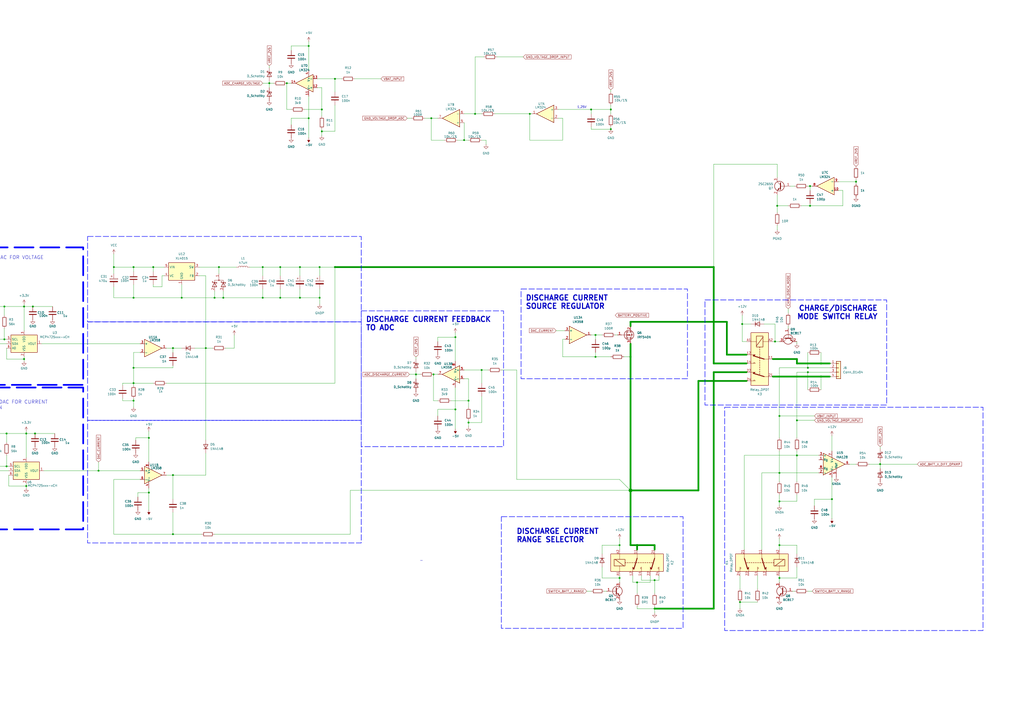
<source format=kicad_sch>
(kicad_sch (version 20250114) (generator "eeschema") (generator_version "9.0")
  (paper "A2")
  (rectangle (start 408.94 173.99) (end 514.35 234.95) (stroke (width 0.3) (type dash) (color 0 0 255 1)))
  (rectangle (start 50.8 186.69) (end 209.55 243.84) (stroke (width 0.3) (type dash) (color 0 0 255 1)))
  (rectangle (start 290.83 299.72) (end 396.24 364.49) (stroke (width 0.3) (type dash) (color 0 0 255 1)))
  (rectangle (start 50.8 243.84) (end 209.55 314.96) (stroke (width 0.3) (type dash) (color 0 0 255 1)))
  (rectangle (start 209.55 180.34) (end 292.1 259.08) (stroke (width 0.3) (type dash) (color 0 0 255 1)))
  (rectangle (start 50.8 137.16) (end 209.55 186.69) (stroke (width 0.3) (type dash) (color 0 0 255 1)))
  (rectangle (start -20.32 224.79) (end 48.26 307.086) (stroke (width 1) (type dash) (color 0 0 255 1)))
  (rectangle (start 302.26 167.64) (end 398.78 219.71) (stroke (width 0.3) (type dash) (color 0 0 255 1)))
  (rectangle (start -21.59 143.51) (end 48.26 223.266) (stroke (width 1) (type dash) (color 0 0 255 1)))
  (rectangle (start 420.37 236.22) (end 570.23 365.76) (stroke (width 0.3) (type dash) (color 0 0 255 1)))
  (text "12BIT I2C DAC FOR CURRENT\nREGULATION" (at -16.764 234.95 0) (effects (font (size 2 2)) (justify left)))
  (text "CHARGE/DISCHARGE\nMODE SWITCH RELAY" (at 509.27 181.356 0) (effects (font (size 3 3) (thickness 0.6) (bold yes)) (justify right)))
  (text "DISCHARGE CURRENT\nRANGE SELECTOR" (at 299.466 306.578 0) (effects (font (size 3 3) (thickness 0.6) (bold yes)) (justify left top)))
  (text "12BIT I2C DAC FOR VOLTAGE\nREGULATION" (at -18.034 151.13 0) (effects (font (size 2 2)) (justify left)))
  (text "1,25V" (at 337.566 62.23 0) (effects (font (size 1.27 1.27))))
  (text "DISCHARGE CURRENT FEEDBACK\nTO ADC" (at 212.09 183.642 0) (effects (font (size 3 3) (thickness 0.6) (bold yes)) (justify left top)))
  (text "DISCHARGE CURRENT\nSOURCE REGULATOR" (at 304.8 171.196 0) (effects (font (size 3 3) (thickness 0.6) (bold yes)) (justify left top)))
  (junction (at 2.54 196.85))
  (junction (at 3.81 270.51))
  (junction (at 510.54 269.24))
  (junction (at 20.32 251.46))
  (junction (at 452.12 335.28))
  (junction (at 450.85 119.38))
  (junction (at 77.47 232.41))
  (junction (at 15.24 251.46))
  (junction (at 452.12 290.83))
  (junction (at 19.05 177.8))
  (junction (at 105.41 172.72))
  (junction (at 469.9 107.95))
  (junction (at 452.12 316.23))
  (junction (at 452.12 241.3))
  (junction (at 354.33 63.5))
  (junction (at 379.73 353.06))
  (junction (at 152.4 172.72))
  (junction (at 86.36 285.75))
  (junction (at 462.28 243.84))
  (junction (at 186.69 76.2))
  (junction (at -5.08 273.05))
  (junction (at 100.33 309.88))
  (junction (at 185.42 172.72))
  (junction (at 179.07 68.58))
  (junction (at 430.53 187.96))
  (junction (at 156.21 48.26))
  (junction (at 482.6 289.56))
  (junction (at 449.58 198.12))
  (junction (at 275.59 66.04))
  (junction (at 124.46 172.72))
  (junction (at 88.9 154.94))
  (junction (at 127 154.94))
  (junction (at 162.56 154.94))
  (junction (at 379.73 336.55))
  (junction (at 77.47 213.36))
  (junction (at 173.99 172.72))
  (junction (at 152.4 154.94))
  (junction (at 66.04 154.94))
  (junction (at 77.47 222.25))
  (junction (at 476.25 218.44))
  (junction (at 179.07 26.67))
  (junction (at 264.16 237.49))
  (junction (at 414.02 154.94))
  (junction (at 250.19 68.58))
  (junction (at 194.31 154.94))
  (junction (at 279.4 214.63))
  (junction (at 307.34 66.04))
  (junction (at 345.44 207.01))
  (junction (at 77.47 172.72))
  (junction (at 77.47 154.94))
  (junction (at 264.16 195.58))
  (junction (at 3.81 251.46))
  (junction (at 476.25 210.82))
  (junction (at 452.12 274.32))
  (junction (at 251.46 217.17))
  (junction (at 365.76 207.01))
  (junction (at 100.33 201.93))
  (junction (at 15.24 281.94))
  (junction (at 129.54 172.72))
  (junction (at 162.56 172.72))
  (junction (at 468.63 215.9))
  (junction (at 13.97 208.28))
  (junction (at 194.31 45.72))
  (junction (at 342.9 63.5))
  (junction (at 462.28 264.16))
  (junction (at 100.33 275.59))
  (junction (at 241.3 217.17))
  (junction (at 345.44 194.31))
  (junction (at 57.15 273.05))
  (junction (at 354.33 74.93))
  (junction (at 369.57 316.23))
  (junction (at 359.41 316.23))
  (junction (at 2.54 177.8))
  (junction (at 269.24 81.28))
  (junction (at 13.97 177.8))
  (junction (at 429.26 349.25))
  (junction (at 119.38 201.93))
  (junction (at 496.57 105.41))
  (junction (at 271.78 245.11))
  (junction (at 359.41 335.28))
  (junction (at 369.57 337.82))
  (junction (at 468.63 213.36))
  (junction (at 173.99 154.94))
  (junction (at 271.78 232.41))
  (junction (at 86.36 254))
  (junction (at 365.76 284.48) (diameter 2))
  (junction (at 166.37 48.26))
  (junction (at 186.69 63.5))
  (junction (at -6.35 199.39))
  (junction (at 185.42 154.94))
  (junction (at 469.9 119.38))
  (wire (pts (xy 194.31 76.2) (xy 194.31 60.96)))
  (wire (pts (xy 431.8 318.77) (xy 431.8 264.16)))
  (wire (pts (xy 156.21 38.1) (xy 156.21 39.37)))
  (wire (pts (xy 19.05 177.8) (xy 30.48 177.8)))
  (wire (pts (xy 510.54 269.24) (xy 504.19 269.24)))
  (wire (pts (xy 254 195.58) (xy 254 198.12)))
  (wire (pts (xy 186.69 74.93) (xy 186.69 76.2)))
  (wire (pts (xy 2.54 196.85) (xy 3.81 196.85)))
  (wire (pts (xy 3.81 208.28) (xy 3.81 201.93)))
  (wire (pts (xy 186.69 63.5) (xy 186.69 67.31)))
  (wire (pts (xy 279.4 66.04) (xy 275.59 66.04)))
  (wire (pts (xy 241.3 217.17) (xy 243.84 217.17)))
  (wire (pts (xy 271.78 243.84) (xy 271.78 245.11)))
  (wire (pts (xy 414.02 353.06) (xy 379.73 353.06)) (stroke (width 1)))
  (wire (pts (xy 156.21 48.26) (xy 158.75 48.26)))
  (wire (pts (xy 429.26 349.25) (xy 429.26 353.06)))
  (wire (pts (xy 405.13 220.98) (xy 405.13 284.48)) (stroke (width 1)))
  (wire (pts (xy 152.4 154.94) (xy 144.78 154.94)))
  (wire (pts (xy 220.98 45.72) (xy 205.74 45.72)))
  (wire (pts (xy 115.57 154.94) (xy 127 154.94)))
  (wire (pts (xy 307.34 66.04) (xy 287.02 66.04)))
  (wire (pts (xy 15.24 250.19) (xy 15.24 251.46)))
  (wire (pts (xy 93.98 160.02) (xy 95.25 160.02)))
  (wire (pts (xy 280.67 33.02) (xy 275.59 33.02)))
  (wire (pts (xy 326.39 207.01) (xy 345.44 207.01)))
  (wire (pts (xy 359.41 316.23) (xy 359.41 318.77)))
  (wire (pts (xy 77.47 232.41) (xy 77.47 231.14)))
  (wire (pts (xy 349.25 321.31) (xy 349.25 316.23)))
  (wire (pts (xy 184.15 45.72) (xy 194.31 45.72)))
  (wire (pts (xy 359.41 335.28) (xy 359.41 337.82)))
  (wire (pts (xy 462.28 290.83) (xy 462.28 287.02)))
  (wire (pts (xy 457.2 189.23) (xy 457.2 190.5)))
  (wire (pts (xy 468.63 342.9) (xy 471.17 342.9)))
  (wire (pts (xy 468.63 215.9) (xy 481.33 215.9)))
  (wire (pts (xy 162.56 154.94) (xy 162.56 160.02)))
  (wire (pts (xy 450.85 130.81) (xy 450.85 133.35)))
  (wire (pts (xy 369.57 316.23) (xy 379.73 316.23)) (stroke (width 1)))
  (wire (pts (xy 66.04 309.88) (xy 100.33 309.88)))
  (wire (pts (xy 510.54 271.78) (xy 510.54 269.24)))
  (wire (pts (xy 168.91 68.58) (xy 179.07 68.58)))
  (wire (pts (xy -5.08 264.16) (xy -5.08 273.05)))
  (wire (pts (xy 452.12 241.3) (xy 452.12 254)))
  (wire (pts (xy 88.9 154.94) (xy 95.25 154.94)))
  (wire (pts (xy 15.24 251.46) (xy 15.24 265.43)))
  (wire (pts (xy 15.24 281.94) (xy 15.24 280.67)))
  (wire (pts (xy 461.01 342.9) (xy 459.74 342.9)))
  (wire (pts (xy 433.07 220.98) (xy 405.13 220.98)) (stroke (width 1)))
  (wire (pts (xy 100.33 275.59) (xy 100.33 289.56)))
  (wire (pts (xy 24.13 199.39) (xy 81.28 199.39)))
  (wire (pts (xy 462.28 243.84) (xy 472.44 243.84)))
  (wire (pts (xy 482.6 252.73) (xy 482.6 261.62)))
  (wire (pts (xy 152.4 172.72) (xy 129.54 172.72)))
  (wire (pts (xy -6.35 190.5) (xy -6.35 199.39)))
  (wire (pts (xy 452.12 316.23) (xy 462.28 316.23)))
  (wire (pts (xy 179.07 24.13) (xy 179.07 26.67)))
  (wire (pts (xy 264.16 224.79) (xy 264.16 237.49)))
  (wire (pts (xy -10.16 196.85) (xy 2.54 196.85)))
  (wire (pts (xy 96.52 201.93) (xy 100.33 201.93)))
  (wire (pts (xy 137.16 154.94) (xy 127 154.94)))
  (wire (pts (xy 462.28 199.39) (xy 462.28 198.12)))
  (wire (pts (xy 176.53 63.5) (xy 186.69 63.5)))
  (wire (pts (xy 450.85 119.38) (xy 457.2 119.38)))
  (wire (pts (xy 369.57 316.23) (xy 369.57 318.77)) (stroke (width 1)))
  (wire (pts (xy 379.73 336.55) (xy 379.73 344.17)))
  (wire (pts (xy 77.47 213.36) (xy 77.47 204.47)))
  (wire (pts (xy 345.44 207.01) (xy 354.33 207.01)))
  (wire (pts (xy 100.33 212.09) (xy 100.33 213.36)))
  (wire (pts (xy 124.46 172.72) (xy 129.54 172.72)))
  (wire (pts (xy 365.76 207.01) (xy 365.76 284.48)) (stroke (width 1)))
  (wire (pts (xy 119.38 201.93) (xy 123.19 201.93)))
  (wire (pts (xy 359.41 334.01) (xy 359.41 335.28)))
  (wire (pts (xy 119.38 201.93) (xy 119.38 255.27)))
  (wire (pts (xy 379.73 336.55) (xy 382.27 336.55)))
  (wire (pts (xy 486.41 105.41) (xy 496.57 105.41)))
  (wire (pts (xy 379.73 353.06) (xy 379.73 355.6)))
  (wire (pts (xy 303.53 33.02) (xy 288.29 33.02)))
  (wire (pts (xy 372.11 334.01) (xy 372.11 336.55)))
  (wire (pts (xy 269.24 81.28) (xy 265.43 81.28)))
  (wire (pts (xy -10.16 199.39) (xy -6.35 199.39)))
  (wire (pts (xy 129.54 172.72) (xy 129.54 168.91)))
  (wire (pts (xy 86.36 285.75) (xy 86.36 283.21)))
  (wire (pts (xy 414.02 95.25) (xy 414.02 154.94)))
  (wire (pts (xy 452.12 274.32) (xy 474.98 274.32)))
  (wire (pts (xy 5.08 281.94) (xy 5.08 275.59)))
  (wire (pts (xy 71.12 223.52) (xy 71.12 222.25)))
  (wire (pts (xy 275.59 33.02) (xy 275.59 66.04)))
  (wire (pts (xy 452.12 274.32) (xy 452.12 279.4)))
  (wire (pts (xy 185.42 154.94) (xy 185.42 160.02)))
  (wire (pts (xy 492.76 269.24) (xy 496.57 269.24)))
  (wire (pts (xy 3.81 264.16) (xy 3.81 270.51)))
  (wire (pts (xy 271.78 232.41) (xy 271.78 236.22)))
  (wire (pts (xy 152.4 172.72) (xy 162.56 172.72)))
  (wire (pts (xy 379.73 351.79) (xy 379.73 353.06)))
  (wire (pts (xy 100.33 275.59) (xy 119.38 275.59)))
  (wire (pts (xy 421.64 205.74) (xy 433.07 205.74)) (stroke (width 1)))
  (wire (pts (xy 361.95 207.01) (xy 365.76 207.01)))
  (wire (pts (xy 421.64 186.69) (xy 421.64 205.74)) (stroke (width 1)))
  (wire (pts (xy 113.03 201.93) (xy 119.38 201.93)))
  (wire (pts (xy -8.89 270.51) (xy 3.81 270.51)))
  (wire (pts (xy 365.76 189.23) (xy 365.76 186.69)) (stroke (width 1)))
  (wire (pts (xy 443.23 187.96) (xy 449.58 187.96)))
  (wire (pts (xy 179.07 55.88) (xy 179.07 68.58)))
  (wire (pts (xy 168.91 72.39) (xy 168.91 68.58)))
  (wire (pts (xy 510.54 267.97) (xy 510.54 269.24)))
  (wire (pts (xy 261.62 232.41) (xy 271.78 232.41)))
  (wire (pts (xy 100.33 201.93) (xy 105.41 201.93)))
  (wire (pts (xy 156.21 50.8) (xy 156.21 48.26)))
  (wire (pts (xy 342.9 342.9) (xy 340.36 342.9)))
  (wire (pts (xy -5.08 273.05) (xy 5.08 273.05)))
  (wire (pts (xy 2.54 177.8) (xy 13.97 177.8)))
  (wire (pts (xy 77.47 204.47) (xy 81.28 204.47)))
  (wire (pts (xy 88.9 154.94) (xy 88.9 157.48)))
  (wire (pts (xy 430.53 198.12) (xy 433.07 198.12)))
  (wire (pts (xy 66.04 154.94) (xy 77.47 154.94)))
  (wire (pts (xy 166.37 48.26) (xy 168.91 48.26)))
  (wire (pts (xy 152.4 48.26) (xy 156.21 48.26)))
  (wire (pts (xy 365.76 199.39) (xy 365.76 207.01)) (stroke (width 1)))
  (wire (pts (xy 281.94 83.82) (xy 281.94 81.28)))
  (wire (pts (xy 168.91 63.5) (xy 166.37 63.5)))
  (wire (pts (xy 379.73 353.06) (xy 369.57 353.06)))
  (wire (pts (xy 468.63 213.36) (xy 481.33 213.36)))
  (wire (pts (xy -6.35 199.39) (xy 3.81 199.39)))
  (wire (pts (xy 290.83 214.63) (xy 299.72 214.63)))
  (wire (pts (xy 441.96 274.32) (xy 452.12 274.32)))
  (wire (pts (xy -5.08 251.46) (xy 3.81 251.46)))
  (wire (pts (xy 162.56 154.94) (xy 173.99 154.94)))
  (wire (pts (xy 462.28 243.84) (xy 462.28 254)))
  (wire (pts (xy 77.47 213.36) (xy 77.47 222.25)))
  (wire (pts (xy 152.4 160.02) (xy 152.4 154.94)))
  (wire (pts (xy 345.44 204.47) (xy 345.44 207.01)))
  (wire (pts (xy 452.12 290.83) (xy 462.28 290.83)))
  (wire (pts (xy 13.97 208.28) (xy 13.97 207.01)))
  (wire (pts (xy 367.03 334.01) (xy 367.03 337.82)))
  (wire (pts (xy 77.47 223.52) (xy 77.47 222.25)))
  (wire (pts (xy 469.9 119.38) (xy 488.95 119.38)))
  (wire (pts (xy 323.85 68.58) (xy 326.39 68.58)))
  (wire (pts (xy 80.01 285.75) (xy 80.01 288.29)))
  (wire (pts (xy 77.47 232.41) (xy 77.47 236.22)))
  (wire (pts (xy 156.21 46.99) (xy 156.21 48.26)))
  (wire (pts (xy 299.72 278.13) (xy 359.41 278.13)))
  (wire (pts (xy 15.24 283.21) (xy 15.24 281.94)))
  (wire (pts (xy 271.78 245.11) (xy 279.4 245.11)))
  (wire (pts (xy 66.04 147.32) (xy 66.04 154.94)))
  (wire (pts (xy 476.25 210.82) (xy 481.33 210.82)) (stroke (width 1)))
  (wire (pts (xy 264.16 209.55) (xy 264.16 195.58)))
  (wire (pts (xy 241.3 219.71) (xy 241.3 217.17)))
  (polyline (pts (xy 243.84 325.12) (xy 245.11 325.12)))
  (wire (pts (xy 66.04 166.37) (xy 66.04 172.72)))
  (wire (pts (xy 66.04 278.13) (xy 66.04 309.88)))
  (wire (pts (xy 86.36 285.75) (xy 80.01 285.75)))
  (wire (pts (xy 250.19 68.58) (xy 254 68.58)))
  (wire (pts (xy 186.69 50.8) (xy 186.69 63.5)))
  (wire (pts (xy 452.12 316.23) (xy 452.12 318.77)))
  (wire (pts (xy 269.24 81.28) (xy 271.78 81.28)))
  (wire (pts (xy 254 237.49) (xy 264.16 237.49)))
  (wire (pts (xy 185.42 176.53) (xy 185.42 172.72)))
  (wire (pts (xy 173.99 167.64) (xy 173.99 172.72)))
  (wire (pts (xy 482.6 276.86) (xy 482.6 289.56)))
  (wire (pts (xy 367.03 337.82) (xy 369.57 337.82)))
  (wire (pts (xy 194.31 154.94) (xy 185.42 154.94)))
  (wire (pts (xy 119.38 262.89) (xy 119.38 275.59)))
  (wire (pts (xy 15.24 281.94) (xy 5.08 281.94)))
  (wire (pts (xy 354.33 63.5) (xy 354.33 66.04)))
  (wire (pts (xy 77.47 165.1) (xy 77.47 172.72)))
  (wire (pts (xy 269.24 71.12) (xy 269.24 81.28)))
  (wire (pts (xy 354.33 60.96) (xy 354.33 63.5)))
  (wire (pts (xy 86.36 295.91) (xy 86.36 285.75)))
  (wire (pts (xy 452.12 312.42) (xy 452.12 316.23)))
  (wire (pts (xy 246.38 68.58) (xy 250.19 68.58)))
  (wire (pts (xy 326.39 81.28) (xy 307.34 81.28)))
  (wire (pts (xy 496.57 105.41) (xy 496.57 106.68)))
  (wire (pts (xy 264.16 195.58) (xy 254 195.58)))
  (wire (pts (xy 179.07 68.58) (xy 179.07 80.01)))
  (wire (pts (xy 281.94 81.28) (xy 279.4 81.28)))
  (wire (pts (xy 322.58 191.77) (xy 327.66 191.77)))
  (wire (pts (xy 135.89 201.93) (xy 130.81 201.93)))
  (wire (pts (xy 365.76 284.48) (xy 359.41 278.13)))
  (wire (pts (xy 349.25 335.28) (xy 359.41 335.28)))
  (wire (pts (xy 462.28 215.9) (xy 468.63 215.9)))
  (wire (pts (xy 431.8 264.16) (xy 462.28 264.16)))
  (wire (pts (xy 78.74 254) (xy 78.74 255.27)))
  (wire (pts (xy 482.6 289.56) (xy 482.6 300.99)))
  (wire (pts (xy 66.04 154.94) (xy 66.04 158.75)))
  (wire (pts (xy 369.57 337.82) (xy 377.19 337.82)))
  (wire (pts (xy 359.41 312.42) (xy 359.41 316.23)))
  (wire (pts (xy 430.53 187.96) (xy 430.53 198.12)))
  (wire (pts (xy 119.38 160.02) (xy 115.57 160.02)))
  (wire (pts (xy 264.16 237.49) (xy 264.16 248.92)))
  (wire (pts (xy 462.28 208.28) (xy 462.28 210.82)) (stroke (width 1)))
  (wire (pts (xy 433.07 210.82) (xy 414.02 210.82)) (stroke (width 1)))
  (wire (pts (xy 472.44 289.56) (xy 482.6 289.56)))
  (wire (pts (xy 2.54 182.88) (xy 2.54 177.8)))
  (wire (pts (xy 510.54 259.08) (xy 510.54 260.35)))
  (wire (pts (xy 441.96 318.77) (xy 441.96 274.32)))
  (wire (pts (xy 152.4 167.64) (xy 152.4 172.72)))
  (wire (pts (xy 173.99 172.72) (xy 185.42 172.72)))
  (wire (pts (xy 13.97 176.53) (xy 13.97 177.8)))
  (wire (pts (xy 179.07 40.64) (xy 179.07 26.67)))
  (wire (pts (xy 279.4 245.11) (xy 279.4 229.87)))
  (wire (pts (xy 254 241.3) (xy 254 237.49)))
  (wire (pts (xy 464.82 119.38) (xy 469.9 119.38)))
  (wire (pts (xy 279.4 214.63) (xy 283.21 214.63)))
  (wire (pts (xy 365.76 284.48) (xy 365.76 316.23)) (stroke (width 1)))
  (wire (pts (xy 365.76 186.69) (xy 421.64 186.69)) (stroke (width 1)))
  (wire (pts (xy 496.57 104.14) (xy 496.57 105.41)))
  (wire (pts (xy 254 232.41) (xy 251.46 232.41)))
  (wire (pts (xy 203.2 284.48) (xy 365.76 284.48)))
  (wire (pts (xy 462.28 261.62) (xy 462.28 264.16)))
  (wire (pts (xy 3.81 256.54) (xy 3.81 251.46)))
  (wire (pts (xy 13.97 209.55) (xy 13.97 208.28)))
  (wire (pts (xy 81.28 278.13) (xy 66.04 278.13)))
  (wire (pts (xy 168.91 26.67) (xy 168.91 29.21)))
  (wire (pts (xy 100.33 297.18) (xy 100.33 309.88)))
  (wire (pts (xy 414.02 215.9) (xy 414.02 353.06)) (stroke (width 1)))
  (wire (pts (xy 458.47 107.95) (xy 461.01 107.95)))
  (wire (pts (xy 299.72 214.63) (xy 299.72 278.13)))
  (wire (pts (xy 462.28 264.16) (xy 462.28 279.4)))
  (wire (pts (xy 342.9 74.93) (xy 342.9 73.66)))
  (wire (pts (xy 241.3 215.9) (xy 241.3 217.17)))
  (wire (pts (xy 450.85 113.03) (xy 450.85 119.38)))
  (wire (pts (xy 365.76 316.23) (xy 369.57 316.23)) (stroke (width 1)))
  (wire (pts (xy 462.28 215.9) (xy 462.28 243.84)))
  (wire (pts (xy 185.42 172.72) (xy 185.42 167.64)))
  (wire (pts (xy 135.89 194.31) (xy 135.89 201.93)))
  (wire (pts (xy 194.31 154.94) (xy 414.02 154.94)) (stroke (width 1)))
  (wire (pts (xy 13.97 177.8) (xy 13.97 191.77)))
  (wire (pts (xy 449.58 187.96) (xy 449.58 198.12)))
  (wire (pts (xy 186.69 76.2) (xy 194.31 76.2)))
  (wire (pts (xy 433.07 215.9) (xy 414.02 215.9)) (stroke (width 1)))
  (wire (pts (xy 77.47 154.94) (xy 88.9 154.94)))
  (wire (pts (xy 179.07 26.67) (xy 168.91 26.67)))
  (wire (pts (xy 96.52 275.59) (xy 100.33 275.59)))
  (wire (pts (xy 510.54 269.24) (xy 532.13 269.24)))
  (wire (pts (xy 279.4 214.63) (xy 279.4 222.25)))
  (wire (pts (xy 452.12 213.36) (xy 452.12 241.3)))
  (wire (pts (xy 450.85 95.25) (xy 414.02 95.25)))
  (wire (pts (xy 13.97 208.28) (xy 3.81 208.28)))
  (wire (pts (xy 452.12 261.62) (xy 452.12 274.32)))
  (wire (pts (xy 452.12 335.28) (xy 452.12 337.82)))
  (wire (pts (xy 86.36 254) (xy 86.36 267.97)))
  (wire (pts (xy 194.31 45.72) (xy 194.31 53.34)))
  (wire (pts (xy 25.4 273.05) (xy 57.15 273.05)))
  (wire (pts (xy 462.28 210.82) (xy 476.25 210.82)) (stroke (width 1)))
  (wire (pts (xy 488.95 119.38) (xy 488.95 110.49)))
  (wire (pts (xy 20.32 251.46) (xy 31.75 251.46)))
  (wire (pts (xy 173.99 154.94) (xy 173.99 160.02)))
  (wire (pts (xy 3.81 251.46) (xy 15.24 251.46)))
  (wire (pts (xy 457.2 181.61) (xy 457.2 179.07)))
  (wire (pts (xy 71.12 232.41) (xy 77.47 232.41)))
  (wire (pts (xy 476.25 218.44) (xy 481.33 218.44)) (stroke (width 1)))
  (wire (pts (xy 152.4 154.94) (xy 162.56 154.94)))
  (wire (pts (xy 468.63 215.9) (xy 468.63 226.06)))
  (wire (pts (xy 127 154.94) (xy 127 158.75)))
  (wire (pts (xy 342.9 63.5) (xy 342.9 66.04)))
  (wire (pts (xy 468.63 204.47) (xy 468.63 213.36)))
  (wire (pts (xy 452.12 293.37) (xy 452.12 290.83)))
  (wire (pts (xy 450.85 102.87) (xy 450.85 95.25)))
  (wire (pts (xy 476.25 204.47) (xy 476.25 210.82)))
  (wire (pts (xy 488.95 110.49) (xy 486.41 110.49)))
  (wire (pts (xy 439.42 341.63) (xy 439.42 334.01)))
  (wire (pts (xy 452.12 213.36) (xy 468.63 213.36)))
  (wire (pts (xy 448.31 198.12) (xy 449.58 198.12)))
  (wire (pts (xy 124.46 309.88) (xy 203.2 309.88)))
  (wire (pts (xy 124.46 168.91) (xy 124.46 172.72)))
  (wire (pts (xy 354.33 63.5) (xy 342.9 63.5)))
  (wire (pts (xy 186.69 76.2) (xy 186.69 78.74)))
  (wire (pts (xy 105.41 172.72) (xy 105.41 165.1)))
  (wire (pts (xy 405.13 284.48) (xy 365.76 284.48)) (stroke (width 1)))
  (wire (pts (xy 203.2 309.88) (xy 203.2 284.48)))
  (wire (pts (xy 2.54 190.5) (xy 2.54 196.85)))
  (wire (pts (xy 194.31 222.25) (xy 194.31 154.94)))
  (wire (pts (xy 462.28 335.28) (xy 452.12 335.28)))
  (wire (pts (xy 326.39 196.85) (xy 326.39 207.01)))
  (wire (pts (xy 100.33 309.88) (xy 116.84 309.88)))
  (wire (pts (xy 100.33 213.36) (xy 77.47 213.36)))
  (wire (pts (xy 100.33 201.93) (xy 100.33 204.47)))
  (wire (pts (xy 271.78 245.11) (xy 271.78 247.65)))
  (wire (pts (xy 452.12 334.01) (xy 452.12 335.28)))
  (wire (pts (xy 93.98 166.37) (xy 93.98 160.02)))
  (wire (pts (xy 472.44 293.37) (xy 472.44 289.56)))
  (wire (pts (xy 307.34 66.04) (xy 308.61 66.04)))
  (wire (pts (xy 105.41 172.72) (xy 124.46 172.72)))
  (wire (pts (xy 382.27 336.55) (xy 382.27 334.01)))
  (wire (pts (xy 166.37 63.5) (xy 166.37 48.26)))
  (wire (pts (xy 452.12 241.3) (xy 472.44 241.3)))
  (wire (pts (xy 20.32 251.46) (xy 15.24 251.46)))
  (wire (pts (xy 369.57 344.17) (xy 369.57 337.82)))
  (wire (pts (xy 88.9 165.1) (xy 88.9 166.37)))
  (wire (pts (xy 96.52 222.25) (xy 194.31 222.25)))
  (wire (pts (xy 238.76 68.58) (xy 236.22 68.58)))
  (wire (pts (xy 162.56 172.72) (xy 173.99 172.72)))
  (wire (pts (xy 237.49 217.17) (xy 241.3 217.17)))
  (wire (pts (xy 462.28 328.93) (xy 462.28 335.28)))
  (wire (pts (xy 372.11 336.55) (xy 379.73 336.55)))
  (wire (pts (xy 241.3 207.01) (xy 241.3 208.28)))
  (wire (pts (xy 476.25 218.44) (xy 476.25 226.06)))
  (wire (pts (xy 345.44 194.31) (xy 345.44 196.85)))
  (wire (pts (xy 448.31 208.28) (xy 462.28 208.28)) (stroke (width 1)))
  (wire (pts (xy 77.47 172.72) (xy 105.41 172.72)))
  (wire (pts (xy 269.24 219.71) (xy 271.78 219.71)))
  (wire (pts (xy 173.99 154.94) (xy 185.42 154.94)))
  (wire (pts (xy 264.16 193.04) (xy 264.16 195.58)))
  (wire (pts (xy 469.9 118.11) (xy 469.9 119.38)))
  (wire (pts (xy 251.46 217.17) (xy 254 217.17)))
  (wire (pts (xy 19.05 177.8) (xy 13.97 177.8)))
  (wire (pts (xy 3.81 270.51) (xy 5.08 270.51)))
  (wire (pts (xy 88.9 222.25) (xy 77.47 222.25)))
  (wire (pts (xy 66.04 172.72) (xy 77.47 172.72)))
  (wire (pts (xy 184.15 50.8) (xy 186.69 50.8)))
  (wire (pts (xy 429.26 341.63) (xy 429.26 334.01)))
  (wire (pts (xy 257.81 81.28) (xy 250.19 81.28)))
  (wire (pts (xy 354.33 52.07) (xy 354.33 53.34)))
  (wire (pts (xy 349.25 328.93) (xy 349.25 335.28)))
  (wire (pts (xy 354.33 74.93) (xy 342.9 74.93)))
  (wire (pts (xy 250.19 81.28) (xy 250.19 68.58)))
  (wire (pts (xy 269.24 214.63) (xy 279.4 214.63)))
  (wire (pts (xy 327.66 196.85) (xy 326.39 196.85)))
  (wire (pts (xy 430.53 182.88) (xy 430.53 187.96)))
  (wire (pts (xy 449.58 198.12) (xy 452.12 198.12)))
  (wire (pts (xy 86.36 254) (xy 78.74 254)))
  (wire (pts (xy 71.12 232.41) (xy 71.12 231.14)))
  (wire (pts (xy 86.36 250.19) (xy 86.36 254)))
  (wire (pts (xy 251.46 232.41) (xy 251.46 217.17)))
  (wire (pts (xy 350.52 342.9) (xy 351.79 342.9)))
  (wire (pts (xy 377.19 337.82) (xy 377.19 334.01)))
  (wire (pts (xy 342.9 194.31) (xy 345.44 194.31)))
  (wire (pts (xy 379.73 316.23) (xy 379.73 318.77)) (stroke (width 1)))
  (wire (pts (xy 429.26 349.25) (xy 439.42 349.25)))
  (wire (pts (xy 71.12 222.25) (xy 77.47 222.25)))
  (wire (pts (xy 326.39 68.58) (xy 326.39 81.28)))
  (wire (pts (xy 474.98 264.16) (xy 462.28 264.16)))
  (wire (pts (xy 194.31 45.72) (xy 198.12 45.72)))
  (wire (pts (xy 354.33 74.93) (xy 354.33 73.66)))
  (wire (pts (xy 88.9 166.37) (xy 93.98 166.37)))
  (wire (pts (xy 435.61 187.96) (xy 430.53 187.96)))
  (wire (pts (xy -8.89 273.05) (xy -5.08 273.05)))
  (wire (pts (xy 414.02 210.82) (xy 414.02 154.94)) (stroke (width 1)))
  (wire (pts (xy 119.38 160.02) (xy 119.38 201.93)))
  (wire (pts (xy 275.59 66.04) (xy 269.24 66.04)))
  (wire (pts (xy 271.78 219.71) (xy 271.78 232.41)))
  (wire (pts (xy 356.87 194.31) (xy 358.14 194.31)))
  (wire (pts (xy -5.08 256.54) (xy -5.08 251.46)))
  (wire (pts (xy 349.25 316.23) (xy 359.41 316.23)))
  (wire (pts (xy 57.15 267.97) (xy 57.15 273.05)))
  (wire (pts (xy 162.56 167.64) (xy 162.56 172.72)))
  (wire (pts (xy 452.12 290.83) (xy 452.12 287.02)))
  (wire (pts (xy 342.9 63.5) (xy 323.85 63.5)))
  (wire (pts (xy 450.85 119.38) (xy 450.85 123.19)))
  (wire (pts (xy 307.34 81.28) (xy 307.34 66.04)))
  (wire (pts (xy 369.57 353.06) (xy 369.57 351.79)))
  (wire (pts (xy 345.44 194.31) (xy 349.25 194.31)))
  (wire (pts (xy 468.63 107.95) (xy 469.9 107.95)))
  (wire (pts (xy 448.31 218.44) (xy 476.25 218.44)) (stroke (width 1)))
  (wire (pts (xy 462.28 321.31) (xy 462.28 316.23)))
  (wire (pts (xy 471.17 107.95) (xy 469.9 107.95)))
  (wire (pts (xy -6.35 182.88) (xy -6.35 177.8)))
  (wire (pts (xy 469.9 107.95) (xy 469.9 110.49)))
  (wire (pts (xy 77.47 157.48) (xy 77.47 154.94)))
  (wire (pts (xy -6.35 177.8) (xy 2.54 177.8)))
  (wire (pts (xy 57.15 273.05) (xy 81.28 273.05)))
  (global_label "SDA" (shape input) (at -10.16 199.39 180) (property "Intersheetrefs" "${INTERSHEET_REFS}" (effects (hide yes))))
  (global_label "SDA" (shape input) (at -8.89 273.05 180) (property "Intersheetrefs" "${INTERSHEET_REFS}" (effects (hide yes))))
  (global_label "VREF_2V5" (shape input) (at 241.3 207.01 90) (property "Intersheetrefs" "${INTERSHEET_REFS}" (effects (hide yes))))
  (global_label "DAC_CURRENT" (shape input) (at 57.15 267.97 90) (property "Intersheetrefs" "${INTERSHEET_REFS}" (effects (hide yes))))
  (global_label "GND_VOLTAGE_DROP_INPUT" (shape input) (at 472.44 243.84 0) (property "Intersheetrefs" "${INTERSHEET_REFS}" (effects (hide yes))))
  (global_label "VREF_2V5" (shape input) (at 354.33 52.07 90) (property "Intersheetrefs" "${INTERSHEET_REFS}" (effects (hide yes))))
  (global_label "VBAT_INPUT" (shape input) (at 472.44 241.3 0) (property "Intersheetrefs" "${INTERSHEET_REFS}" (effects (hide yes))))
  (global_label "GND_VOLTAGE_DROP_INPUT" (shape input) (at 303.53 33.02 0) (property "Intersheetrefs" "${INTERSHEET_REFS}" (effects (hide yes))))
  (global_label "ADC_DISCHARGE_CURRENT" (shape input) (at 237.49 217.17 180) (property "Intersheetrefs" "${INTERSHEET_REFS}" (effects (hide yes))))
  (global_label "GND_VOLTAGE_DROP_ADC" (shape input) (at 236.22 68.58 180) (property "Intersheetrefs" "${INTERSHEET_REFS}" (effects (hide yes))))
  (global_label "VBAT_INPUT" (shape input) (at 220.98 45.72 0) (property "Intersheetrefs" "${INTERSHEET_REFS}" (effects (hide yes))))
  (global_label "BATTERY_POSITIVE" (shape input) (at 356.87 182.88 0) (property "Intersheetrefs" "${INTERSHEET_REFS}" (effects (hide yes))))
  (global_label "SCL" (shape input) (at -8.89 270.51 180) (property "Intersheetrefs" "${INTERSHEET_REFS}" (effects (hide yes))))
  (global_label "DAC_CURRENT" (shape input) (at 322.58 191.77 180) (property "Intersheetrefs" "${INTERSHEET_REFS}" (effects (hide yes))))
  (global_label "VREF_2V5" (shape input) (at 510.54 259.08 90) (property "Intersheetrefs" "${INTERSHEET_REFS}" (effects (hide yes))))
  (global_label "SWITCH_BATT_V_RANGE" (shape input) (at 471.17 342.9 0) (property "Intersheetrefs" "${INTERSHEET_REFS}" (effects (hide yes))))
  (global_label "ADC_CHARGE_VOLTAGE" (shape input) (at 152.4 48.26 180) (property "Intersheetrefs" "${INTERSHEET_REFS}" (effects (hide yes))))
  (global_label "SCL" (shape input) (at -10.16 196.85 180) (property "Intersheetrefs" "${INTERSHEET_REFS}" (effects (hide yes))))
  (global_label "CHRG_DISCH_MODE" (shape input) (at 457.2 179.07 90) (property "Intersheetrefs" "${INTERSHEET_REFS}" (effects (hide yes))))
  (global_label "VREF_2V5" (shape input) (at 496.57 96.52 90) (property "Intersheetrefs" "${INTERSHEET_REFS}" (effects (hide yes))))
  (global_label "VREF_2V5" (shape input) (at 156.21 38.1 90) (property "Intersheetrefs" "${INTERSHEET_REFS}" (effects (hide yes))))
  (global_label "ADC_BATT_V_DIFF_OPAMP" (shape input) (at 532.13 269.24 0) (property "Intersheetrefs" "${INTERSHEET_REFS}" (effects (hide yes))))
  (global_label "SWITCH_BATT_I_RANGE" (shape input) (at 340.36 342.9 180) (property "Intersheetrefs" "${INTERSHEET_REFS}" (effects (hide yes))))
  (symbol (lib_id "Device:R") (at 439.42 345.44 0) (unit 1)
    (property "Reference" "R42" (at 441.96 344.1699 0) (effects (justify left)))
    (property "Value" "10k" (at 441.96 346.7099 0) (effects (justify left)))
    (property "Footprint" "Capacitor_SMD:C_0805_2012Metric_Pad1.18x1.45mm_HandSolder" (effects (hide yes)))
    (property "Description" "Resistor" (effects (hide yes)))
  )
  (symbol (lib_id "power:GND") (at 186.69 78.74 0) (unit 1)
    (property "Reference" "#PWR040" (effects (hide yes)))
    (property "Value" "GND" (at 186.69 83.82 0))
    (property "Description" "Power symbol creates a global label with name \"GND\" , ground" (effects (hide yes)))
  )
  (symbol (lib_id "Device:C") (at 152.4 163.83 0) (unit 1)
    (property "Reference" "C39" (at 145.796 163.322 0) (effects (justify left)))
    (property "Value" "100n" (at 144.78 165.354 0) (effects (justify left)))
    (property "Footprint" "Capacitor_SMD:C_0805_2012Metric_Pad1.18x1.45mm_HandSolder" (effects (hide yes)))
    (property "Description" "Unpolarized capacitor" (effects (hide yes)))
  )
  (symbol (lib_id "Device:R") (at 127 201.93 270) (unit 1)
    (property "Reference" "R31" (at 127 195.58 90))
    (property "Value" "1k" (at 127 198.12 90))
    (property "Footprint" "Capacitor_SMD:C_0805_2012Metric_Pad1.18x1.45mm_HandSolder" (effects (hide yes)))
    (property "Description" "Resistor" (effects (hide yes)))
  )
  (symbol (lib_id "Device:C") (at 472.44 297.18 0) (unit 1)
    (property "Reference" "C48" (at 476.25 295.9099 0) (effects (justify left)))
    (property "Value" "100n" (at 476.25 298.4499 0) (effects (justify left)))
    (property "Footprint" "Capacitor_SMD:C_0805_2012Metric_Pad1.18x1.45mm_HandSolder" (effects (hide yes)))
    (property "Description" "Unpolarized capacitor" (effects (hide yes)))
  )
  (symbol (lib_id "Device:R") (at 358.14 207.01 90) (unit 1)
    (property "Reference" "R38" (at 358.14 200.66 90))
    (property "Value" "1k" (at 358.14 203.2 90))
    (property "Footprint" "Capacitor_SMD:C_0805_2012Metric_Pad1.18x1.45mm_HandSolder" (effects (hide yes)))
    (property "Description" "Resistor" (effects (hide yes)))
  )
  (symbol (lib_id "power:+3.3V") (at 13.97 176.53 0) (unit 1)
    (property "Reference" "#PWR017" (effects (hide yes)))
    (property "Value" "+3.3V" (at 13.97 171.45 0))
    (property "Description" "Power symbol creates a global label with name \"+3.3V\"" (effects (hide yes)))
  )
  (symbol (lib_id "power:GNDA") (at 429.26 353.06 0) (unit 1)
    (property "Reference" "#PWR081" (effects (hide yes)))
    (property "Value" "GNDA" (at 429.26 356.87 0))
    (property "Description" "Power symbol creates a global label with name \"GNDA\" , analog ground" (effects (hide yes)))
  )
  (symbol (lib_id "power:GND") (at 19.05 185.42 0) (unit 1)
    (property "Reference" "#PWR021" (effects (hide yes)))
    (property "Value" "GND" (at 19.05 189.23 0))
    (property "Description" "Power symbol creates a global label with name \"GND\" , ground" (effects (hide yes)))
  )
  (symbol (lib_id "power:GND") (at 156.21 58.42 0) (mirror y) (unit 1)
    (property "Reference" "#PWR035" (effects (hide yes)))
    (property "Value" "GND" (at 156.21 63.5 0))
    (property "Description" "Power symbol creates a global label with name \"GND\" , ground" (effects (hide yes)))
  )
  (symbol (lib_id "Transistor_BJT:BC817") (at 454.66 342.9 0) (mirror y) (unit 1)
    (property "Reference" "Q8" (at 458.47 345.694 0) (effects (justify left)))
    (property "Value" "BC817" (at 460.502 347.98 0) (effects (justify left)))
    (property "Footprint" "Package_TO_SOT_SMD:SOT-23" (effects (hide yes)))
    (property "Datasheet" "https://www.onsemi.com/pub/Collateral/BC818-D.pdf" (effects (hide yes)))
    (property "Description" "0.8A Ic, 45V Vce, NPN Transistor, SOT-23" (effects (hide yes)))
  )
  (symbol (lib_id "Device:C") (at 100.33 208.28 0) (mirror y) (unit 1)
    (property "Reference" "C37" (at 96.52 207.0099 0) (effects (justify left)))
    (property "Value" "1n" (at 96.52 209.5499 0) (effects (justify left)))
    (property "Footprint" "Capacitor_SMD:C_0805_2012Metric_Pad1.18x1.45mm_HandSolder" (effects (hide yes)))
    (property "Description" "Unpolarized capacitor" (effects (hide yes)))
  )
  (symbol (lib_id "Diode:1N4148") (at 119.38 259.08 90) (unit 1)
    (property "Reference" "D5" (at 121.92 257.8099 90) (effects (justify right)))
    (property "Value" "1N4148" (at 121.92 260.3499 90) (effects (justify right)))
    (property "Footprint" "Diode_THT:D_DO-35_SOD27_P7.62mm_Horizontal" (effects (hide yes)))
    (property "Datasheet" "https://assets.nexperia.com/documents/data-sheet/1N4148_1N4448.pdf" (effects (hide yes)))
    (property "Description" "100V 0.15A standard switching diode, DO-35" (effects (hide yes)))
    (property "Sim.Device" "D" (effects (hide yes)))
    (property "Sim.Pins" "1=K 2=A" (effects (hide yes)))
  )
  (symbol (lib_id "Device:R") (at 186.69 71.12 180) (unit 1)
    (property "Reference" "R11" (at 189.23 69.8499 0) (effects (justify right)))
    (property "Value" "1k" (at 189.23 72.3899 0) (effects (justify right)))
    (property "Footprint" "Capacitor_SMD:C_0805_2012Metric_Pad1.18x1.45mm_HandSolder" (effects (hide yes)))
    (property "Description" "Resistor" (effects (hide yes)))
  )
  (symbol (lib_id "power:GND") (at 379.73 355.6 0) (unit 1)
    (property "Reference" "#PWR080" (effects (hide yes)))
    (property "Value" "GNDP" (at 379.73 360.68 0))
    (property "Description" "Power symbol creates a global label with name \"GND\" , ground" (effects (hide yes)))
  )
  (symbol (lib_id "Device:C") (at 469.9 114.3 0) (unit 1)
    (property "Reference" "C47" (at 473.71 113.0299 0) (effects (justify left)))
    (property "Value" "100p" (at 473.71 115.5699 0) (effects (justify left)))
    (property "Footprint" "Capacitor_SMD:C_0805_2012Metric_Pad1.18x1.45mm_HandSolder" (effects (hide yes)))
    (property "Description" "Unpolarized capacitor" (effects (hide yes)))
  )
  (symbol (lib_id "power:-5V") (at 264.16 248.92 180) (unit 1)
    (property "Reference" "#PWR076" (effects (hide yes)))
    (property "Value" "-5V" (at 262.128 252.984 0) (effects (justify right)))
    (property "Description" "Power symbol creates a global label with name \"-5V\"" (effects (hide yes)))
  )
  (symbol (lib_id "Amplifier_Operational:LM358") (at 261.62 217.17 0) (mirror y) (unit 2)
    (property "Reference" "U13" (at 260.096 211.074 0))
    (property "Value" "LM358" (at 259.08 213.106 0))
    (property "Footprint" "Package_SO:SO-8_3.9x4.9mm_P1.27mm" (effects (hide yes)))
    (property "Datasheet" "http://www.ti.com/lit/ds/symlink/lm2904-n.pdf" (effects (hide yes)))
    (property "Description" "Low-Power, Dual Operational Amplifiers, DIP-8/SOIC-8/TO-99-8" (effects (hide yes)))
  )
  (symbol (lib_id "Regulator_Switching:XL4015") (at 105.41 157.48 0) (unit 1)
    (property "Reference" "U12" (at 105.41 147.32 0))
    (property "Value" "XL4015" (at 105.41 149.86 0))
    (property "Footprint" "Package_TO_SOT_SMD:TO-263-5_TabPin3" (effects (hide yes)))
    (property "Datasheet" "http://www.xlsemi.net/datasheet/XL4015%20datasheet-English.pdf" (effects (hide yes)))
    (property "Description" "5A 180kHz 36V Buck DC to DC Converter" (effects (hide yes)))
  )
  (symbol (lib_id "Device:R") (at 452.12 283.21 0) (unit 1)
    (property "Reference" "R45" (at 454.66 281.9399 0) (effects (justify left)))
    (property "Value" "10k" (at 454.66 284.4799 0) (effects (justify left)))
    (property "Footprint" "Capacitor_SMD:C_0805_2012Metric_Pad1.18x1.45mm_HandSolder" (effects (hide yes)))
    (property "Description" "Resistor" (effects (hide yes)))
  )
  (symbol (lib_id "power:GND") (at 20.32 259.08 0) (unit 1)
    (property "Reference" "#PWR033" (effects (hide yes)))
    (property "Value" "GND" (at 20.32 262.89 0))
    (property "Description" "Power symbol creates a global label with name \"GND\" , ground" (effects (hide yes)))
  )
  (symbol (lib_id "Device:R") (at 496.57 100.33 180) (unit 1)
    (property "Reference" "R52" (effects (hide yes)))
    (property "Value" "1k" (at 499.11 100.3299 0) (effects (justify right)))
    (property "Footprint" "Resistor_SMD:R_0805_2012Metric_Pad1.20x1.40mm_HandSolder" (effects (hide yes)))
    (property "Description" "Resistor" (effects (hide yes)))
  )
  (symbol (lib_id "power:GND") (at 77.47 236.22 0) (unit 1)
    (property "Reference" "#PWR065" (effects (hide yes)))
    (property "Value" "GND" (at 77.47 241.3 0))
    (property "Description" "Power symbol creates a global label with name \"GND\" , ground" (effects (hide yes)))
  )
  (symbol (lib_id "Amplifier_Operational:LM324") (at 478.79 107.95 180) (unit 3)
    (property "Reference" "U7" (at 478.536 100.076 0))
    (property "Value" "LM324" (at 478.536 102.616 0))
    (property "Datasheet" "http://www.ti.com/lit/ds/symlink/lm2902-n.pdf" (effects (hide yes)))
    (property "Description" "Low-Power, Quad-Operational Amplifiers, DIP-14/SOIC-14/SSOP-14" (effects (hide yes)))
  )
  (symbol (lib_id "Device:R") (at 500.38 269.24 90) (unit 1)
    (property "Reference" "R54" (at 500.38 262.89 90))
    (property "Value" "10k" (at 500.38 265.43 90))
    (property "Footprint" "Capacitor_SMD:C_0805_2012Metric_Pad1.18x1.45mm_HandSolder" (effects (hide yes)))
    (property "Description" "Resistor" (effects (hide yes)))
  )
  (symbol (lib_id "power:GND") (at 15.24 283.21 0) (unit 1)
    (property "Reference" "#PWR032" (effects (hide yes)))
    (property "Value" "GND" (at 15.24 287.3431 0))
    (property "Description" "Power symbol creates a global label with name \"GND\" , ground" (effects (hide yes)))
  )
  (symbol (lib_id "power:GND") (at 185.42 176.53 0) (unit 1)
    (property "Reference" "#PWR071" (effects (hide yes)))
    (property "Value" "GNDP" (at 185.42 181.61 0))
    (property "Description" "Power symbol creates a global label with name \"GND\" , ground" (effects (hide yes)))
  )
  (symbol (lib_id "Transistor_BJT:BC817") (at 457.2 195.58 90) (mirror x) (unit 1)
    (property "Reference" "Q9" (at 458.47 191.008 90) (effects (justify right)))
    (property "Value" "BC817" (at 458.47 193.294 90) (effects (justify right)))
    (property "Footprint" "Package_TO_SOT_SMD:SOT-23" (effects (hide yes)))
    (property "Datasheet" "https://www.onsemi.com/pub/Collateral/BC818-D.pdf" (effects (hide yes)))
    (property "Description" "0.8A Ic, 45V Vce, NPN Transistor, SOT-23" (effects (hide yes)))
  )
  (symbol (lib_id "power:+5V") (at 86.36 250.19 0) (unit 1)
    (property "Reference" "#PWR068" (effects (hide yes)))
    (property "Value" "+5V" (at 86.36 246.126 0))
    (property "Description" "Power symbol creates a global label with name \"+5V\"" (effects (hide yes)))
  )
  (symbol (lib_id "Device:R") (at 201.93 45.72 90) (unit 1)
    (property "Reference" "R12" (at 201.93 39.37 90))
    (property "Value" "1k" (at 201.93 41.91 90))
    (property "Footprint" "Capacitor_SMD:C_0805_2012Metric_Pad1.18x1.45mm_HandSolder" (effects (hide yes)))
    (property "Description" "Resistor" (effects (hide yes)))
  )
  (symbol (lib_id "power:GND") (at 450.85 133.35 0) (unit 1)
    (property "Reference" "#PWR083" (effects (hide yes)))
    (property "Value" "PGND" (at 450.85 138.43 0))
    (property "Description" "Power symbol creates a global label with name \"GND\" , ground" (effects (hide yes)))
  )
  (symbol (lib_id "power:+5V") (at 135.89 194.31 0) (unit 1)
    (property "Reference" "#PWR070" (effects (hide yes)))
    (property "Value" "+5V" (at 135.89 189.23 0))
    (property "Description" "Power symbol creates a global label with name \"+5V\"" (effects (hide yes)))
  )
  (symbol (lib_id "Device:R") (at 346.71 342.9 270) (unit 1)
    (property "Reference" "R36" (at 346.71 336.55 90))
    (property "Value" "10k" (at 346.71 339.09 90))
    (property "Footprint" "Capacitor_SMD:C_0805_2012Metric_Pad1.18x1.45mm_HandSolder" (effects (hide yes)))
    (property "Description" "Resistor" (effects (hide yes)))
  )
  (symbol (lib_id "Device:R") (at 257.81 232.41 90) (unit 1)
    (property "Reference" "R33" (at 257.81 226.06 90))
    (property "Value" "3k9" (at 257.81 228.6 90))
    (property "Footprint" "Capacitor_SMD:C_0805_2012Metric_Pad1.18x1.45mm_HandSolder" (effects (hide yes)))
    (property "Description" "Resistor" (effects (hide yes)))
  )
  (symbol (lib_id "power:GND") (at 271.78 247.65 0) (unit 1)
    (property "Reference" "#PWR077" (effects (hide yes)))
    (property "Value" "GND" (at 271.78 252.73 0))
    (property "Description" "Power symbol creates a global label with name \"GND\" , ground" (effects (hide yes)))
  )
  (symbol (lib_id "power:GND") (at 241.3 227.33 0) (mirror y) (unit 1)
    (property "Reference" "#PWR072" (effects (hide yes)))
    (property "Value" "GND" (at 241.3 232.41 0))
    (property "Description" "Power symbol creates a global label with name \"GND\" , ground" (effects (hide yes)))
  )
  (symbol (lib_id "Device:C_Polarized") (at 173.99 163.83 0) (unit 1)
    (property "Reference" "C41" (at 170.688 162.814 0) (effects (justify right)))
    (property "Value" "470u" (at 170.688 165.354 0) (effects (justify right)))
    (property "Description" "Polarized capacitor" (effects (hide yes)))
  )
  (symbol (lib_id "Device:C_Polarized") (at 66.04 162.56 0) (unit 1)
    (property "Reference" "C31" (at 62.23 160.4009 0) (effects (justify right)))
    (property "Value" "470u" (at 62.23 162.9409 0) (effects (justify right)))
    (property "Description" "Polarized capacitor" (effects (hide yes)))
  )
  (symbol (lib_id "power:GND") (at 78.74 262.89 0) (unit 1)
    (property "Reference" "#PWR066" (effects (hide yes)))
    (property "Value" "GND" (at 78.74 267.97 0))
    (property "Description" "Power symbol creates a global label with name \"GND\" , ground" (effects (hide yes)))
  )
  (symbol (lib_id "Device:C") (at 31.75 255.27 0) (mirror y) (unit 1)
    (property "Reference" "C14" (at 38.354 255.016 0) (effects (justify left)))
    (property "Value" "1u" (at 40.386 256.794 0) (effects (justify left)))
    (property "Footprint" "Capacitor_SMD:C_0805_2012Metric_Pad1.18x1.45mm_HandSolder" (effects (hide yes)))
    (property "Description" "Unpolarized capacitor" (effects (hide yes)))
  )
  (symbol (lib_id "power:+12V") (at 452.12 312.42 0) (mirror y) (unit 1)
    (property "Reference" "#PWR085" (effects (hide yes)))
    (property "Value" "+12V" (at 452.12 307.34 0))
    (property "Description" "Power symbol creates a global label with name \"+12V\"" (effects (hide yes)))
  )
  (symbol (lib_id "Device:R") (at 77.47 227.33 0) (unit 1)
    (property "Reference" "R28" (at 80.01 226.0599 0) (effects (justify left)))
    (property "Value" "1k" (at 80.01 228.5999 0) (effects (justify left)))
    (property "Footprint" "Capacitor_SMD:C_0805_2012Metric_Pad1.18x1.45mm_HandSolder" (effects (hide yes)))
    (property "Description" "Resistor" (effects (hide yes)))
  )
  (symbol (lib_id "Device:C") (at 194.31 57.15 0) (unit 1)
    (property "Reference" "C17" (at 198.12 55.8799 0) (effects (justify left)))
    (property "Value" "100n" (at 198.12 58.4199 0) (effects (justify left)))
    (property "Footprint" "Capacitor_SMD:C_0805_2012Metric_Pad1.18x1.45mm_HandSolder" (effects (hide yes)))
    (property "Description" "Unpolarized capacitor" (effects (hide yes)))
  )
  (symbol (lib_id "Device:R") (at 429.26 345.44 0) (unit 1)
    (property "Reference" "R41" (at 431.8 344.1699 0) (effects (justify left)))
    (property "Value" "10k" (at 431.8 346.7099 0) (effects (justify left)))
    (property "Footprint" "Capacitor_SMD:C_0805_2012Metric_Pad1.18x1.45mm_HandSolder" (effects (hide yes)))
    (property "Description" "Resistor" (effects (hide yes)))
  )
  (symbol (lib_id "power:GND") (at 30.48 185.42 0) (unit 1)
    (property "Reference" "#PWR022" (effects (hide yes)))
    (property "Value" "GND" (at 30.48 189.23 0))
    (property "Description" "Power symbol creates a global label with name \"GND\" , ground" (effects (hide yes)))
  )
  (symbol (lib_id "Transistor_BJT:BC817") (at 356.87 342.9 0) (unit 1)
    (property "Reference" "Q5" (at 353.06 345.694 0) (effects (justify left)))
    (property "Value" "BC817" (at 351.028 347.98 0) (effects (justify left)))
    (property "Footprint" "Package_TO_SOT_SMD:SOT-23" (effects (hide yes)))
    (property "Datasheet" "https://www.onsemi.com/pub/Collateral/BC818-D.pdf" (effects (hide yes)))
    (property "Description" "0.8A Ic, 45V Vce, NPN Transistor, SOT-23" (effects (hide yes)))
  )
  (symbol (lib_id "Device:D_Schottky") (at 156.21 43.18 90) (mirror x) (unit 1)
    (property "Reference" "D1" (at 153.67 41.5924 90) (effects (justify left)))
    (property "Value" "D_Schottky" (at 153.67 44.1324 90) (effects (justify left)))
    (property "Description" "Schottky diode" (effects (hide yes)))
  )
  (symbol (lib_id "power:GND") (at 80.01 295.91 0) (unit 1)
    (property "Reference" "#PWR067" (effects (hide yes)))
    (property "Value" "GND" (at 80.01 300.99 0))
    (property "Description" "Power symbol creates a global label with name \"GND\" , ground" (effects (hide yes)))
  )
  (symbol (lib_id "Device:R") (at 3.81 260.35 180) (unit 1)
    (property "Reference" "R8" (at 6.35 259.0799 0) (effects (justify right)))
    (property "Value" "56k" (at 6.35 261.6199 0) (effects (justify right)))
    (property "Footprint" "Capacitor_SMD:C_0805_2012Metric_Pad1.18x1.45mm_HandSolder" (effects (hide yes)))
    (property "Description" "Resistor" (effects (hide yes)))
  )
  (symbol (lib_id "power:GND") (at 254 248.92 0) (unit 1)
    (property "Reference" "#PWR074" (effects (hide yes)))
    (property "Value" "GND" (at 254 254 0))
    (property "Description" "Power symbol creates a global label with name \"GND\" , ground" (effects (hide yes)))
  )
  (symbol (lib_id "Amplifier_Operational:LM358") (at 335.28 194.31 0) (unit 1)
    (property "Reference" "U13" (at 335.28 184.15 0))
    (property "Value" "LM358" (at 335.28 186.69 0))
    (property "Footprint" "Package_SO:SO-8_3.9x4.9mm_P1.27mm" (effects (hide yes)))
    (property "Datasheet" "http://www.ti.com/lit/ds/symlink/lm2904-n.pdf" (effects (hide yes)))
    (property "Description" "Low-Power, Dual Operational Amplifiers, DIP-8/SOIC-8/TO-99-8" (effects (hide yes)))
  )
  (symbol (lib_id "power:GND") (at 281.94 83.82 0) (mirror y) (unit 1)
    (property "Reference" "#PWR099" (effects (hide yes)))
    (property "Value" "GND" (at 281.94 88.9 0))
    (property "Description" "Power symbol creates a global label with name \"GND\" , ground" (effects (hide yes)))
  )
  (symbol (lib_id "power:-5V") (at 482.6 300.99 180) (unit 1)
    (property "Reference" "#PWR090" (effects (hide yes)))
    (property "Value" "-5V" (at 480.568 305.054 0) (effects (justify right)))
    (property "Description" "Power symbol creates a global label with name \"-5V\"" (effects (hide yes)))
  )
  (symbol (lib_id "Analog_DAC:MCP4725xxx-xCH") (at 13.97 199.39 0) (unit 1)
    (property "Reference" "U3" (at 31.75 192.9698 0))
    (property "Value" "MCP4725xxx-xCH" (at 31.75 195.5098 0))
    (property "Footprint" "Package_TO_SOT_SMD:SOT-23-6" (effects (hide yes)))
    (property "Datasheet" "http://ww1.microchip.com/downloads/en/DeviceDoc/22039d.pdf" (effects (hide yes)))
    (property "Description" "12-bit Digital-to-Analog Converter, integrated EEPROM, I2C interface, SOT-23-6" (effects (hide yes)))
  )
  (symbol (lib_id "Device:R") (at 450.85 127 0) (unit 1)
    (property "Reference" "R43" (effects (hide yes)))
    (property "Value" "10R" (at 453.39 128.2699 0) (effects (justify left)))
    (property "Footprint" "Resistor_SMD:R_0805_2012Metric_Pad1.20x1.40mm_HandSolder" (effects (hide yes)))
    (property "Description" "Resistor" (effects (hide yes)))
  )
  (symbol (lib_id "power:GND") (at 472.44 300.99 0) (unit 1)
    (property "Reference" "#PWR088" (effects (hide yes)))
    (property "Value" "GND" (at 472.44 306.07 0))
    (property "Description" "Power symbol creates a global label with name \"GND\" , ground" (effects (hide yes)))
  )
  (symbol (lib_id "Diode:1N4148") (at 349.25 325.12 270) (unit 1)
    (property "Reference" "D9" (at 344.678 323.85 90) (effects (justify left)))
    (property "Value" "1N4148" (at 339.344 326.39 90) (effects (justify left)))
    (property "Footprint" "Diode_THT:D_DO-35_SOD27_P7.62mm_Horizontal" (effects (hide yes)))
    (property "Datasheet" "https://assets.nexperia.com/documents/data-sheet/1N4148_1N4448.pdf" (effects (hide yes)))
    (property "Description" "100V 0.15A standard switching diode, DO-35" (effects (hide yes)))
    (property "Sim.Device" "D" (effects (hide yes)))
    (property "Sim.Pins" "1=K 2=A" (effects (hide yes)))
  )
  (symbol (lib_id "power:GND") (at 168.91 36.83 0) (unit 1)
    (property "Reference" "#PWR036" (effects (hide yes)))
    (property "Value" "GND" (at 168.91 41.91 0))
    (property "Description" "Power symbol creates a global label with name \"GND\" , ground" (effects (hide yes)))
  )
  (symbol (lib_id "Device:R") (at 287.02 214.63 90) (unit 1)
    (property "Reference" "R35" (at 287.02 208.28 90))
    (property "Value" "1k" (at 287.02 210.82 90))
    (property "Footprint" "Capacitor_SMD:C_0805_2012Metric_Pad1.18x1.45mm_HandSolder" (effects (hide yes)))
    (property "Description" "Resistor" (effects (hide yes)))
  )
  (symbol (lib_id "Relay:Relay_DPDT") (at 369.57 326.39 0) (mirror x) (unit 1)
    (property "Reference" "K2" (at 389.89 326.39 90))
    (property "Value" "Relay_DPDT" (at 387.35 326.39 90))
    (property "Description" "Relay DPDT, monostable, EN50005" (effects (hide yes)))
  )
  (symbol (lib_id "Device:R") (at 461.01 119.38 90) (unit 1)
    (property "Reference" "R47" (effects (hide yes)))
    (property "Value" "1k" (at 461.01 115.57 90))
    (property "Footprint" "Resistor_SMD:R_0805_2012Metric_Pad1.20x1.40mm_HandSolder" (effects (hide yes)))
    (property "Description" "Resistor" (effects (hide yes)))
  )
  (symbol (lib_id "Device:R") (at 2.54 186.69 180) (unit 1)
    (property "Reference" "R3" (at 5.08 185.4199 0) (effects (justify right)))
    (property "Value" "56k" (at 5.08 187.9599 0) (effects (justify right)))
    (property "Footprint" "Capacitor_SMD:C_0805_2012Metric_Pad1.18x1.45mm_HandSolder" (effects (hide yes)))
    (property "Description" "Resistor" (effects (hide yes)))
  )
  (symbol (lib_id "Device:D_Schottky") (at 156.21 54.61 90) (mirror x) (unit 1)
    (property "Reference" "D2" (at 153.67 53.0224 90) (effects (justify left)))
    (property "Value" "D_Schottky" (at 153.67 55.5624 90) (effects (justify left)))
    (property "Description" "Schottky diode" (effects (hide yes)))
  )
  (symbol (lib_id "power:GND") (at 462.28 199.39 0) (mirror y) (unit 1)
    (property "Reference" "#PWR087" (effects (hide yes)))
    (property "Value" "GND" (at 462.28 204.47 0))
    (property "Description" "Power symbol creates a global label with name \"GND\" , ground" (effects (hide yes)))
  )
  (symbol (lib_id "Relay:Relay_DPDT") (at 440.69 208.28 90) (mirror x) (unit 1)
    (property "Reference" "K3" (at 440.69 228.6 90))
    (property "Value" "Relay_DPDT" (at 440.69 226.06 90))
    (property "Description" "Relay DPDT, monostable, EN50005" (effects (hide yes)))
  )
  (symbol (lib_id "Device:C") (at 30.48 181.61 0) (mirror y) (unit 1)
    (property "Reference" "C11" (at 37.084 181.356 0) (effects (justify left)))
    (property "Value" "1u" (at 39.116 183.134 0) (effects (justify left)))
    (property "Footprint" "Capacitor_SMD:C_0805_2012Metric_Pad1.18x1.45mm_HandSolder" (effects (hide yes)))
    (property "Description" "Unpolarized capacitor" (effects (hide yes)))
  )
  (symbol (lib_id "Device:R") (at -6.35 186.69 180) (unit 1)
    (property "Reference" "R2" (at -3.81 185.4199 0) (effects (justify right)))
    (property "Value" "56k" (at -3.81 187.9599 0) (effects (justify right)))
    (property "Footprint" "Capacitor_SMD:C_0805_2012Metric_Pad1.18x1.45mm_HandSolder" (effects (hide yes)))
    (property "Description" "Resistor" (effects (hide yes)))
  )
  (symbol (lib_id "Device:R") (at 369.57 347.98 0) (unit 1)
    (property "Reference" "R39" (at 372.11 346.7099 0) (effects (justify left)))
    (property "Value" "0R1" (at 372.11 349.2499 0) (effects (justify left)))
    (property "Footprint" "Capacitor_SMD:C_0805_2012Metric_Pad1.18x1.45mm_HandSolder" (effects (hide yes)))
    (property "Description" "Resistor" (effects (hide yes)))
  )
  (symbol (lib_id "Device:C") (at 78.74 259.08 0) (unit 1)
    (property "Reference" "C35" (at 70.866 258.064 0) (effects (justify left)))
    (property "Value" "100n" (at 70.866 260.604 0) (effects (justify left)))
    (property "Footprint" "Capacitor_SMD:C_0805_2012Metric_Pad1.18x1.45mm_HandSolder" (effects (hide yes)))
    (property "Description" "Unpolarized capacitor" (effects (hide yes)))
  )
  (symbol (lib_id "Device:R") (at 120.65 309.88 90) (unit 1)
    (property "Reference" "R30" (at 120.65 303.53 90))
    (property "Value" "10k" (at 120.65 306.07 90))
    (property "Footprint" "Capacitor_SMD:C_0805_2012Metric_Pad1.18x1.45mm_HandSolder" (effects (hide yes)))
    (property "Description" "Resistor" (effects (hide yes)))
  )
  (symbol (lib_id "Device:D_Schottky") (at 510.54 275.59 270) (unit 1)
    (property "Reference" "D13" (at 513.08 274.0024 90) (effects (justify left)))
    (property "Value" "D_Schottky" (at 513.08 276.5424 90) (effects (justify left)))
    (property "Description" "Schottky diode" (effects (hide yes)))
  )
  (symbol (lib_id "Amplifier_Operational:LM358") (at 88.9 275.59 0) (unit 3)
    (property "Reference" "U11" (effects (hide yes)))
    (property "Value" "LM358" (effects (hide yes)))
    (property "Datasheet" "http://www.ti.com/lit/ds/symlink/lm2904-n.pdf" (effects (hide yes)))
    (property "Description" "Low-Power, Dual Operational Amplifiers, DIP-8/SOIC-8/TO-99-8" (effects (hide yes)))
  )
  (symbol (lib_id "power:+5V") (at 179.07 24.13 0) (unit 1)
    (property "Reference" "#PWR038" (effects (hide yes)))
    (property "Value" "+5V" (at 179.07 19.05 0))
    (property "Description" "Power symbol creates a global label with name \"+5V\"" (effects (hide yes)))
  )
  (symbol (lib_id "Device:C") (at 19.05 181.61 0) (mirror y) (unit 1)
    (property "Reference" "C10" (at 25.654 181.356 0) (effects (justify left)))
    (property "Value" "100n" (at 27.686 183.134 0) (effects (justify left)))
    (property "Footprint" "Capacitor_SMD:C_0805_2012Metric_Pad1.18x1.45mm_HandSolder" (effects (hide yes)))
    (property "Description" "Unpolarized capacitor" (effects (hide yes)))
  )
  (symbol (lib_id "Device:C_Polarized") (at 185.42 163.83 0) (unit 1)
    (property "Reference" "C42" (at 181.864 162.814 0) (effects (justify right)))
    (property "Value" "470u" (at 181.864 165.354 0) (effects (justify right)))
    (property "Description" "Polarized capacitor" (effects (hide yes)))
  )
  (symbol (lib_id "Amplifier_Operational:LM358") (at 261.62 217.17 0) (mirror y) (unit 3)
    (property "Reference" "U13" (effects (hide yes)))
    (property "Value" "LM358" (effects (hide yes)))
    (property "Footprint" "Package_SO:SO-8_3.9x4.9mm_P1.27mm" (effects (hide yes)))
    (property "Datasheet" "http://www.ti.com/lit/ds/symlink/lm2904-n.pdf" (effects (hide yes)))
    (property "Description" "Low-Power, Dual Operational Amplifiers, DIP-8/SOIC-8/TO-99-8" (effects (hide yes)))
  )
  (symbol (lib_id "Transistor_BJT:SS8050") (at 453.39 107.95 0) (mirror y) (unit 1)
    (property "Reference" "Q7" (at 448.5386 109.1622 0) (effects (justify left)))
    (property "Value" "2SC2655" (at 448.5386 106.7379 0) (effects (justify left)))
    (property "Footprint" "My-Footprints:TO-92_Inline_LITTLE_BIGGER" (effects (hide yes)))
  )
  (symbol (lib_id "power:-5V") (at 179.07 80.01 180) (unit 1)
    (property "Reference" "#PWR039" (effects (hide yes)))
    (property "Value" "-5V" (at 177.038 84.074 0) (effects (justify right)))
    (property "Description" "Power symbol creates a global label with name \"-5V\"" (effects (hide yes)))
  )
  (symbol (lib_id "Amplifier_Instrumentation:INA128") (at 482.6 269.24 0) (unit 1)
    (property "Reference" "U15" (at 487.172 262.636 0))
    (property "Value" "INA128" (at 488.442 265.176 0))
    (property "Datasheet" "http://www.ti.com/lit/ds/symlink/ina128.pdf" (effects (hide yes)))
    (property "Description" "Precision, Low Power Instrumentation Amplifier G = 1 + 50kOhm/Rg, DIP-8/SOIC-8" (effects (hide yes)))
  )
  (symbol (lib_id "power:+3.3V") (at 15.24 250.19 0) (unit 1)
    (property "Reference" "#PWR031" (effects (hide yes)))
    (property "Value" "+3.3V" (at 15.24 245.11 0))
    (property "Description" "Power symbol creates a global label with name \"+3.3V\"" (effects (hide yes)))
  )
  (symbol (lib_id "Relay:Relay_DPDT") (at 441.96 326.39 180) (unit 1)
    (property "Reference" "K4" (at 421.64 326.39 90))
    (property "Value" "Relay_DPDT" (at 424.18 326.39 90))
    (property "Description" "Relay DPDT, monostable, EN50005" (effects (hide yes)))
  )
  (symbol (lib_id "Amplifier_Operational:LM324") (at 181.61 48.26 0) (unit 5)
    (property "Reference" "U7" (effects (hide yes)))
    (property "Value" "LM324" (effects (hide yes)))
    (property "Datasheet" "http://www.ti.com/lit/ds/symlink/lm2902-n.pdf" (effects (hide yes)))
    (property "Description" "Low-Power, Quad-Operational Amplifiers, DIP-14/SOIC-14/SSOP-14" (effects (hide yes)))
  )
  (symbol (lib_id "power:+5V") (at 264.16 193.04 0) (unit 1)
    (property "Reference" "#PWR075" (effects (hide yes)))
    (property "Value" "+5V" (at 264.16 187.96 0))
    (property "Description" "Power symbol creates a global label with name \"+5V\"" (effects (hide yes)))
  )
  (symbol (lib_id "Device:R") (at 162.56 48.26 270) (mirror x) (unit 1)
    (property "Reference" "R9" (at 162.56 41.91 90))
    (property "Value" "10k" (at 162.56 44.45 90))
    (property "Footprint" "Capacitor_SMD:C_0805_2012Metric_Pad1.18x1.45mm_HandSolder" (effects (hide yes)))
    (property "Description" "Resistor" (effects (hide yes)))
  )
  (symbol (lib_id "Device:R") (at 242.57 68.58 90) (mirror x) (unit 1)
    (property "Reference" "R61" (at 242.824 64.516 90))
    (property "Value" "100R" (at 242.316 66.548 90))
    (property "Footprint" "Resistor_SMD:R_0805_2012Metric_Pad1.20x1.40mm_HandSolder" (effects (hide yes)))
    (property "Description" "Resistor" (effects (hide yes)))
  )
  (symbol (lib_id "Device:C") (at 20.32 255.27 0) (mirror y) (unit 1)
    (property "Reference" "C13" (at 26.924 255.016 0) (effects (justify left)))
    (property "Value" "100n" (at 28.956 256.794 0) (effects (justify left)))
    (property "Footprint" "Capacitor_SMD:C_0805_2012Metric_Pad1.18x1.45mm_HandSolder" (effects (hide yes)))
    (property "Description" "Unpolarized capacitor" (effects (hide yes)))
  )
  (symbol (lib_id "Device:C") (at 88.9 161.29 0) (unit 1)
    (property "Reference" "C34" (at 82.296 161.036 0) (effects (justify left)))
    (property "Value" "1u" (at 82.55 162.814 0) (effects (justify left)))
    (property "Footprint" "Capacitor_SMD:C_0805_2012Metric_Pad1.18x1.45mm_HandSolder" (effects (hide yes)))
    (property "Description" "Unpolarized capacitor" (effects (hide yes)))
  )
  (symbol (lib_id "Connector_Generic:Conn_01x04") (at 486.41 213.36 0) (unit 1)
    (property "Reference" "J6" (at 488.95 213.3599 0) (effects (justify left)))
    (property "Value" "Conn_01x04" (at 488.95 215.8999 0) (effects (justify left)))
    (property "Description" "Generic connector, single row, 01x04, script generated (kicad-library-utils/schlib/autogen/connector/)" (effects (hide yes)))
  )
  (symbol (lib_id "power:GND") (at 359.41 347.98 0) (unit 1)
    (property "Reference" "#PWR079" (effects (hide yes)))
    (property "Value" "GND" (at 359.41 353.06 0))
    (property "Description" "Power symbol creates a global label with name \"GND\" , ground" (effects (hide yes)))
  )
  (symbol (lib_id "power:GND") (at 510.54 279.4 0) (unit 1)
    (property "Reference" "#PWR094" (effects (hide yes)))
    (property "Value" "GND" (at 510.54 284.48 0))
    (property "Description" "Power symbol creates a global label with name \"GND\" , ground" (effects (hide yes)))
  )
  (symbol (lib_id "Device:R") (at 457.2 185.42 0) (mirror x) (unit 1)
    (property "Reference" "R46" (at 450.85 185.42 90))
    (property "Value" "10k" (at 453.39 185.42 90))
    (property "Footprint" "Capacitor_SMD:C_0805_2012Metric_Pad1.18x1.45mm_HandSolder" (effects (hide yes)))
    (property "Description" "Resistor" (effects (hide yes)))
  )
  (symbol (lib_id "Device:R") (at 496.57 110.49 180) (unit 1)
    (property "Reference" "R53" (effects (hide yes)))
    (property "Value" "1k" (at 499.11 110.4899 0) (effects (justify right)))
    (property "Footprint" "Resistor_SMD:R_0805_2012Metric_Pad1.20x1.40mm_HandSolder" (effects (hide yes)))
    (property "Description" "Resistor" (effects (hide yes)))
  )
  (symbol (lib_id "Device:R") (at 283.21 66.04 90) (mirror x) (unit 1)
    (property "Reference" "R58" (at 283.464 61.976 90))
    (property "Value" "10k/1%" (at 282.956 64.008 90))
    (property "Footprint" "Resistor_SMD:R_0805_2012Metric_Pad1.20x1.40mm_HandSolder" (effects (hide yes)))
    (property "Description" "Resistor" (effects (hide yes)))
  )
  (symbol (lib_id "power:GND") (at 13.97 209.55 0) (unit 1)
    (property "Reference" "#PWR018" (effects (hide yes)))
    (property "Value" "GND" (at 13.97 213.6831 0))
    (property "Description" "Power symbol creates a global label with name \"GND\" , ground" (effects (hide yes)))
  )
  (symbol (lib_id "Transistor_FET:IRF540N") (at 363.22 194.31 0) (unit 1)
    (property "Reference" "Q6" (at 369.57 193.0399 0) (effects (justify left)))
    (property "Value" "IRF540N" (at 369.57 195.5799 0) (effects (justify left)))
    (property "Footprint" "Package_TO_SOT_THT:TO-220-3_Vertical" (effects (hide yes)))
    (property "Datasheet" "http://www.irf.com/product-info/datasheets/data/irf540n.pdf" (effects (hide yes)))
    (property "Description" "33A Id, 100V Vds, HEXFET N-Channel MOSFET, TO-220" (effects (hide yes)))
  )
  (symbol (lib_id "Device:R") (at 472.44 226.06 270) (unit 1)
    (property "Reference" "R14" (at 471.932 221.742 90))
    (property "Value" "100k" (at 472.44 223.774 90))
    (property "Footprint" "Capacitor_SMD:C_0805_2012Metric_Pad1.18x1.45mm_HandSolder" (effects (hide yes)))
    (property "Description" "Resistor" (effects (hide yes)))
  )
  (symbol (lib_id "Device:R") (at 464.82 342.9 90) (mirror x) (unit 1)
    (property "Reference" "R51" (at 464.82 336.55 90))
    (property "Value" "10k" (at 464.82 339.09 90))
    (property "Footprint" "Capacitor_SMD:C_0805_2012Metric_Pad1.18x1.45mm_HandSolder" (effects (hide yes)))
    (property "Description" "Resistor" (effects (hide yes)))
  )
  (symbol (lib_id "power:GNDA") (at 452.12 293.37 0) (unit 1)
    (property "Reference" "#PWR084" (effects (hide yes)))
    (property "Value" "GNDA" (at 452.12 297.18 0))
    (property "Description" "Power symbol creates a global label with name \"GNDA\" , analog ground" (effects (hide yes)))
  )
  (symbol (lib_id "power:GND") (at 496.57 114.3 0) (unit 1)
    (property "Reference" "#PWR093" (effects (hide yes)))
    (property "Value" "DGND" (at 496.57 119.38 0))
    (property "Description" "Power symbol creates a global label with name \"GND\" , ground" (effects (hide yes)))
  )
  (symbol (lib_id "power:GND") (at 452.12 347.98 0) (mirror y) (unit 1)
    (property "Reference" "#PWR086" (effects (hide yes)))
    (property "Value" "GND" (at 452.12 353.06 0))
    (property "Description" "Power symbol creates a global label with name \"GND\" , ground" (effects (hide yes)))
  )
  (symbol (lib_id "Device:D_Schottky") (at 241.3 223.52 90) (mirror x) (unit 1)
    (property "Reference" "D8" (at 238.76 221.9324 90) (effects (justify left)))
    (property "Value" "D_Schottky" (at 238.76 224.4724 90) (effects (justify left)))
    (property "Description" "Schottky diode" (effects (hide yes)))
  )
  (symbol (lib_id "Device:D_Schottky") (at 510.54 264.16 270) (unit 1)
    (property "Reference" "D12" (at 513.08 262.5724 90) (effects (justify left)))
    (property "Value" "D_Schottky" (at 513.08 265.1124 90) (effects (justify left)))
    (property "Description" "Schottky diode" (effects (hide yes)))
  )
  (symbol (lib_id "power:+12V") (at 430.53 182.88 0) (mirror y) (unit 1)
    (property "Reference" "#PWR082" (effects (hide yes)))
    (property "Value" "+12V" (at 430.53 177.8 0))
    (property "Description" "Power symbol creates a global label with name \"+12V\"" (effects (hide yes)))
  )
  (symbol (lib_id "Device:C") (at 279.4 226.06 0) (unit 1)
    (property "Reference" "C45" (at 283.21 224.7899 0) (effects (justify left)))
    (property "Value" "100n" (at 283.21 227.3299 0) (effects (justify left)))
    (property "Footprint" "Capacitor_SMD:C_0805_2012Metric_Pad1.18x1.45mm_HandSolder" (effects (hide yes)))
    (property "Description" "Unpolarized capacitor" (effects (hide yes)))
  )
  (symbol (lib_id "Analog_DAC:MCP4725xxx-xCH") (at 15.24 273.05 0) (unit 1)
    (property "Reference" "U6" (at 17.018 279.654 0))
    (property "Value" "MCP4725xxx-xCH" (at 24.638 281.686 0))
    (property "Footprint" "Package_TO_SOT_SMD:SOT-23-6" (effects (hide yes)))
    (property "Datasheet" "http://ww1.microchip.com/downloads/en/DeviceDoc/22039d.pdf" (effects (hide yes)))
    (property "Description" "12-bit Digital-to-Analog Converter, integrated EEPROM, I2C interface, SOT-23-6" (effects (hide yes)))
  )
  (symbol (lib_id "Device:R") (at -5.08 260.35 180) (unit 1)
    (property "Reference" "R7" (at -2.54 259.0799 0) (effects (justify right)))
    (property "Value" "56k" (at -2.54 261.6199 0) (effects (justify right)))
    (property "Footprint" "Capacitor_SMD:C_0805_2012Metric_Pad1.18x1.45mm_HandSolder" (effects (hide yes)))
    (property "Description" "Resistor" (effects (hide yes)))
  )
  (symbol (lib_id "Amplifier_Operational:LM358") (at 88.9 201.93 0) (unit 1)
    (property "Reference" "U11" (at 88.646 195.58 0))
    (property "Value" "LM358" (at 89.916 197.358 0))
    (property "Datasheet" "http://www.ti.com/lit/ds/symlink/lm2904-n.pdf" (effects (hide yes)))
    (property "Description" "Low-Power, Dual Operational Amplifiers, DIP-8/SOIC-8/TO-99-8" (effects (hide yes)))
  )
  (symbol (lib_id "Device:R") (at 275.59 81.28 90) (mirror x) (unit 1)
    (property "Reference" "R59" (at 275.844 77.216 90))
    (property "Value" "10k/1%" (at 275.336 79.248 90))
    (property "Footprint" "Resistor_SMD:R_0805_2012Metric_Pad1.20x1.40mm_HandSolder" (effects (hide yes)))
    (property "Description" "Resistor" (effects (hide yes)))
  )
  (symbol (lib_id "Device:C") (at 168.91 76.2 0) (unit 1)
    (property "Reference" "C16" (at 172.72 74.9299 0) (effects (justify left)))
    (property "Value" "100n" (at 172.72 77.4699 0) (effects (justify left)))
    (property "Footprint" "Capacitor_SMD:C_0805_2012Metric_Pad1.18x1.45mm_HandSolder" (effects (hide yes)))
    (property "Description" "Unpolarized capacitor" (effects (hide yes)))
  )
  (symbol (lib_id "Device:C") (at 254 201.93 0) (unit 1)
    (property "Reference" "C43" (at 257.81 200.6599 0) (effects (justify left)))
    (property "Value" "100n" (at 257.81 203.1999 0) (effects (justify left)))
    (property "Footprint" "Capacitor_SMD:C_0805_2012Metric_Pad1.18x1.45mm_HandSolder" (effects (hide yes)))
    (property "Description" "Unpolarized capacitor" (effects (hide yes)))
  )
  (symbol (lib_id "Device:R") (at 462.28 257.81 0) (unit 1)
    (property "Reference" "R48" (at 464.82 256.5399 0) (effects (justify left)))
    (property "Value" "10k" (at 464.82 259.0799 0) (effects (justify left)))
    (property "Footprint" "Capacitor_SMD:C_0805_2012Metric_Pad1.18x1.45mm_HandSolder" (effects (hide yes)))
    (property "Description" "Resistor" (effects (hide yes)))
  )
  (symbol (lib_id "power:GND") (at 31.75 259.08 0) (unit 1)
    (property "Reference" "#PWR034" (effects (hide yes)))
    (property "Value" "GND" (at 31.75 262.89 0))
    (property "Description" "Power symbol creates a global label with name \"GND\" , ground" (effects (hide yes)))
  )
  (symbol (lib_id "Device:R") (at 462.28 283.21 0) (unit 1)
    (property "Reference" "R49" (at 464.82 281.9399 0) (effects (justify left)))
    (property "Value" "10k" (at 464.82 284.4799 0) (effects (justify left)))
    (property "Footprint" "Capacitor_SMD:C_0805_2012Metric_Pad1.18x1.45mm_HandSolder" (effects (hide yes)))
    (property "Description" "Resistor" (effects (hide yes)))
  )
  (symbol (lib_id "Device:C") (at 345.44 200.66 0) (unit 1)
    (property "Reference" "C46" (at 349.25 199.3899 0) (effects (justify left)))
    (property "Value" "100p" (at 349.25 201.9299 0) (effects (justify left)))
    (property "Footprint" "Capacitor_SMD:C_0805_2012Metric_Pad1.18x1.45mm_HandSolder" (effects (hide yes)))
    (property "Description" "Unpolarized capacitor" (effects (hide yes)))
  )
  (symbol (lib_id "Diode:1N4148") (at 439.42 187.96 0) (mirror x) (unit 1)
    (property "Reference" "D10" (at 436.118 183.134 0) (effects (justify left)))
    (property "Value" "1N4148" (at 436.118 185.42 0) (effects (justify left)))
    (property "Footprint" "Diode_THT:D_DO-35_SOD27_P7.62mm_Horizontal" (effects (hide yes)))
    (property "Datasheet" "https://assets.nexperia.com/documents/data-sheet/1N4148_1N4448.pdf" (effects (hide yes)))
    (property "Description" "100V 0.15A standard switching diode, DO-35" (effects (hide yes)))
    (property "Sim.Device" "D" (effects (hide yes)))
    (property "Sim.Pins" "1=K 2=A" (effects (hide yes)))
  )
  (symbol (lib_id "power:+12V") (at 482.6 252.73 0) (unit 1)
    (property "Reference" "#PWR089" (effects (hide yes)))
    (property "Value" "+12V" (at 482.6 247.65 0))
    (property "Description" "Power symbol creates a global label with name \"+12V\"" (effects (hide yes)))
  )
  (symbol (lib_id "Device:R") (at 92.71 222.25 90) (unit 1)
    (property "Reference" "R29" (at 92.964 225.298 90))
    (property "Value" "1k" (at 93.218 227.076 90))
    (property "Footprint" "Capacitor_SMD:C_0805_2012Metric_Pad1.18x1.45mm_HandSolder" (effects (hide yes)))
    (property "Description" "Resistor" (effects (hide yes)))
  )
  (symbol (lib_id "power:VCC") (at 66.04 147.32 0) (unit 1)
    (property "Reference" "#PWR064" (effects (hide yes)))
    (property "Value" "VCC" (at 66.04 142.24 0))
    (property "Description" "Power symbol creates a global label with name \"VCC\"" (effects (hide yes)))
  )
  (symbol (lib_id "power:GND") (at 168.91 80.01 0) (unit 1)
    (property "Reference" "#PWR037" (effects (hide yes)))
    (property "Value" "GND" (at 168.91 85.09 0))
    (property "Description" "Power symbol creates a global label with name \"GND\" , ground" (effects (hide yes)))
  )
  (symbol (lib_id "Device:C") (at 80.01 292.1 0) (unit 1)
    (property "Reference" "C36" (at 72.39 290.83 0) (effects (justify left)))
    (property "Value" "100n" (at 72.39 293.37 0) (effects (justify left)))
    (property "Footprint" "Capacitor_SMD:C_0805_2012Metric_Pad1.18x1.45mm_HandSolder" (effects (hide yes)))
    (property "Description" "Unpolarized capacitor" (effects (hide yes)))
  )
  (symbol (lib_id "Device:C") (at 342.9 69.85 0) (mirror y) (unit 1)
    (property "Reference" "C49" (at 350.012 69.596 0) (effects (justify left)))
    (property "Value" "100n" (at 350.52 72.136 0) (effects (justify left)))
    (property "Footprint" "Capacitor_SMD:C_0805_2012Metric_Pad1.18x1.45mm_HandSolder" (effects (hide yes)))
    (property "Description" "Unpolarized capacitor" (effects (hide yes)))
  )
  (symbol (lib_id "Device:C") (at 254 245.11 0) (unit 1)
    (property "Reference" "C44" (at 257.81 243.8399 0) (effects (justify left)))
    (property "Value" "100n" (at 257.81 246.3799 0) (effects (justify left)))
    (property "Footprint" "Capacitor_SMD:C_0805_2012Metric_Pad1.18x1.45mm_HandSolder" (effects (hide yes)))
    (property "Description" "Unpolarized capacitor" (effects (hide yes)))
  )
  (symbol (lib_id "power:GND") (at 354.33 74.93 0) (mirror y) (unit 1)
    (property "Reference" "#PWR095" (effects (hide yes)))
    (property "Value" "GND" (at 354.33 80.01 0))
    (property "Description" "Power symbol creates a global label with name \"GND\" , ground" (effects (hide yes)))
  )
  (symbol (lib_id "Device:R") (at 247.65 217.17 270) (mirror x) (unit 1)
    (property "Reference" "R32" (at 247.65 210.82 90))
    (property "Value" "10k" (at 247.65 213.36 90))
    (property "Footprint" "Capacitor_SMD:C_0805_2012Metric_Pad1.18x1.45mm_HandSolder" (effects (hide yes)))
    (property "Description" "Resistor" (effects (hide yes)))
  )
  (symbol (lib_id "Device:C") (at 71.12 227.33 0) (mirror y) (unit 1)
    (property "Reference" "C33" (at 67.31 226.0599 0) (effects (justify left)))
    (property "Value" "100n" (at 67.31 228.5999 0) (effects (justify left)))
    (property "Footprint" "Capacitor_SMD:C_0805_2012Metric_Pad1.18x1.45mm_HandSolder" (effects (hide yes)))
    (property "Description" "Unpolarized capacitor" (effects (hide yes)))
  )
  (symbol (lib_id "Device:C") (at 168.91 33.02 0) (unit 1)
    (property "Reference" "C15" (at 172.72 31.7499 0) (effects (justify left)))
    (property "Value" "100n" (at 172.72 34.2899 0) (effects (justify left)))
    (property "Footprint" "Capacitor_SMD:C_0805_2012Metric_Pad1.18x1.45mm_HandSolder" (effects (hide yes)))
    (property "Description" "Unpolarized capacitor" (effects (hide yes)))
  )
  (symbol (lib_id "Device:C") (at 77.47 161.29 0) (unit 1)
    (property "Reference" "C32" (at 70.866 161.036 0) (effects (justify left)))
    (property "Value" "100n" (at 69.85 162.814 0) (effects (justify left)))
    (property "Footprint" "Capacitor_SMD:C_0805_2012Metric_Pad1.18x1.45mm_HandSolder" (effects (hide yes)))
    (property "Description" "Unpolarized capacitor" (effects (hide yes)))
  )
  (symbol (lib_id "power:+12V") (at 359.41 312.42 0) (unit 1)
    (property "Reference" "#PWR078" (effects (hide yes)))
    (property "Value" "+12V" (at 359.41 307.34 0))
    (property "Description" "Power symbol creates a global label with name \"+12V\"" (effects (hide yes)))
  )
  (symbol (lib_id "Diode:1N4148") (at 109.22 201.93 0) (unit 1)
    (property "Reference" "D4" (at 107.696 204.978 0) (effects (justify left)))
    (property "Value" "1N4148" (at 107.442 207.01 0) (effects (justify left)))
    (property "Footprint" "Diode_THT:D_DO-35_SOD27_P7.62mm_Horizontal" (effects (hide yes)))
    (property "Datasheet" "https://assets.nexperia.com/documents/data-sheet/1N4148_1N4448.pdf" (effects (hide yes)))
    (property "Description" "100V 0.15A standard switching diode, DO-35" (effects (hide yes)))
    (property "Sim.Device" "D" (effects (hide yes)))
    (property "Sim.Pins" "1=K 2=A" (effects (hide yes)))
  )
  (symbol (lib_id "Amplifier_Operational:LM358") (at 88.9 275.59 0) (unit 2)
    (property "Reference" "U11" (at 89.408 269.748 0))
    (property "Value" "LM358" (at 90.678 271.526 0))
    (property "Datasheet" "http://www.ti.com/lit/ds/symlink/lm2904-n.pdf" (effects (hide yes)))
    (property "Description" "Low-Power, Dual Operational Amplifiers, DIP-8/SOIC-8/TO-99-8" (effects (hide yes)))
  )
  (symbol (lib_id "power:GND") (at 254 205.74 0) (unit 1)
    (property "Reference" "#PWR073" (effects (hide yes)))
    (property "Value" "GND" (at 254 210.82 0))
    (property "Description" "Power symbol creates a global label with name \"GND\" , ground" (effects (hide yes)))
  )
  (symbol (lib_id "Device:C") (at 162.56 163.83 0) (unit 1)
    (property "Reference" "C40" (at 155.702 163.068 0) (effects (justify left)))
    (property "Value" "1u" (at 156.464 165.354 0) (effects (justify left)))
    (property "Footprint" "Capacitor_SMD:C_0805_2012Metric_Pad1.18x1.45mm_HandSolder" (effects (hide yes)))
    (property "Description" "Unpolarized capacitor" (effects (hide yes)))
  )
  (symbol (lib_id "Device:R") (at 271.78 240.03 180) (unit 1)
    (property "Reference" "R34" (at 274.32 238.7599 0) (effects (justify right)))
    (property "Value" "1k" (at 274.32 241.2999 0) (effects (justify right)))
    (property "Footprint" "Capacitor_SMD:C_0805_2012Metric_Pad1.18x1.45mm_HandSolder" (effects (hide yes)))
    (property "Description" "Resistor" (effects (hide yes)))
  )
  (symbol (lib_id "Device:L") (at 140.97 154.94 90) (unit 1)
    (property "Reference" "L1" (at 140.97 149.86 90))
    (property "Value" "47uH" (at 140.97 152.4 90))
    (property "Description" "Inductor" (effects (hide yes)))
  )
  (symbol (lib_id "power:-5V") (at 86.36 295.91 180) (unit 1)
    (property "Reference" "#PWR069" (effects (hide yes)))
    (property "Value" "-5V" (at 86.36 300.99 0))
    (property "Description" "Power symbol creates a global label with name \"-5V\"" (effects (hide yes)))
  )
  (symbol (lib_id "power:GNDA") (at 485.14 276.86 0) (unit 1)
    (property "Reference" "#PWR091" (effects (hide yes)))
    (property "Value" "GNDA" (at 485.14 280.67 0))
    (property "Description" "Power symbol creates a global label with name \"GNDA\" , analog ground" (effects (hide yes)))
  )
  (symbol (lib_id "Amplifier_Operational:LM324") (at 316.23 66.04 0) (mirror y) (unit 1)
    (property "Reference" "U7" (at 315.976 60.198 0) (effects (justify left)))
    (property "Value" "LM324" (at 316.738 62.23 0) (effects (justify left)))
    (property "Datasheet" "http://www.ti.com/lit/ds/symlink/lm2902-n.pdf" (effects (hide yes)))
    (property "Description" "Low-Power, Quad-Operational Amplifiers, DIP-14/SOIC-14/SSOP-14" (effects (hide yes)))
  )
  (symbol (lib_id "Device:R") (at 379.73 347.98 0) (unit 1)
    (property "Reference" "R40" (at 382.27 346.7099 0) (effects (justify left)))
    (property "Value" "1R" (at 382.27 349.2499 0) (effects (justify left)))
    (property "Footprint" "Capacitor_SMD:C_0805_2012Metric_Pad1.18x1.45mm_HandSolder" (effects (hide yes)))
    (property "Description" "Resistor" (effects (hide yes)))
  )
  (symbol (lib_id "Device:R") (at 354.33 69.85 0) (mirror y) (unit 1)
    (property "Reference" "R56" (at 357.632 69.088 0))
    (property "Value" "10k/1%" (at 359.41 71.12 0))
    (property "Footprint" "Resistor_SMD:R_0805_2012Metric_Pad1.20x1.40mm_HandSolder" (effects (hide yes)))
    (property "Description" "Resistor" (effects (hide yes)))
  )
  (symbol (lib_id "Device:C") (at 100.33 293.37 0) (unit 1)
    (property "Reference" "C38" (at 104.14 292.0999 0) (effects (justify left)))
    (property "Value" "1n" (at 104.14 294.6399 0) (effects (justify left)))
    (property "Footprint" "Capacitor_SMD:C_0805_2012Metric_Pad1.18x1.45mm_HandSolder" (effects (hide yes)))
    (property "Description" "Unpolarized capacitor" (effects (hide yes)))
  )
  (symbol (lib_id "Device:R") (at 464.82 107.95 90) (unit 1)
    (property "Reference" "R50" (at 464.82 101.6 90))
    (property "Value" "1k" (at 464.82 104.14 90))
    (property "Footprint" "Resistor_SMD:R_0805_2012Metric_Pad1.20x1.40mm_HandSolder" (effects (hide yes)))
    (property "Description" "Resistor" (effects (hide yes)))
  )
  (symbol (lib_id "Diode:1N4148") (at 462.28 325.12 90) (mirror x) (unit 1)
    (property "Reference" "D11" (at 466.852 323.85 90) (effects (justify left)))
    (property "Value" "1N4148" (at 472.186 326.39 90) (effects (justify left)))
    (property "Footprint" "Diode_THT:D_DO-35_SOD27_P7.62mm_Horizontal" (effects (hide yes)))
    (property "Datasheet" "https://assets.nexperia.com/documents/data-sheet/1N4148_1N4448.pdf" (effects (hide yes)))
    (property "Description" "100V 0.15A standard switching diode, DO-35" (effects (hide yes)))
    (property "Sim.Device" "D" (effects (hide yes)))
    (property "Sim.Pins" "1=K 2=A" (effects (hide yes)))
  )
  (symbol (lib_id "Device:R") (at 472.44 204.47 270) (unit 1)
    (property "Reference" "R13" (at 471.678 200.152 90))
    (property "Value" "100k" (at 472.186 202.184 90))
    (property "Footprint" "Capacitor_SMD:C_0805_2012Metric_Pad1.18x1.45mm_HandSolder" (effects (hide yes)))
    (property "Description" "Resistor" (effects (hide yes)))
  )
  (symbol (lib_id "Device:R") (at 452.12 257.81 0) (unit 1)
    (property "Reference" "R44" (at 454.66 256.5399 0) (effects (justify left)))
    (property "Value" "10k" (at 454.66 259.0799 0) (effects (justify left)))
    (property "Footprint" "Capacitor_SMD:C_0805_2012Metric_Pad1.18x1.45mm_HandSolder" (effects (hide yes)))
    (property "Description" "Resistor" (effects (hide yes)))
  )
  (symbol (lib_id "Device:R") (at 172.72 63.5 90) (unit 1)
    (property "Reference" "R10" (at 172.72 57.15 90))
    (property "Value" "3k9" (at 172.72 59.69 90))
    (property "Footprint" "Capacitor_SMD:C_0805_2012Metric_Pad1.18x1.45mm_HandSolder" (effects (hide yes)))
    (property "Description" "Resistor" (effects (hide yes)))
  )
  (symbol (lib_id "Device:D_Schottky_Dual_CommonCathode_KAA_Parallel") (at 127 163.83 90) (unit 1)
    (property "Reference" "D6" (at 132.08 162.6234 90) (effects (justify right)))
    (property "Value" "D_Schottky" (at 132.08 165.1634 90) (effects (justify right)))
    (property "Description" "Dual Schottky diode, common anode on pin 1" (effects (hide yes)))
  )
  (symbol (lib_id "Device:D_Schottky") (at 241.3 212.09 90) (mirror x) (unit 1)
    (property "Reference" "D7" (at 238.76 210.5024 90) (effects (justify left)))
    (property "Value" "D_Schottky" (at 238.76 213.0424 90) (effects (justify left)))
    (property "Description" "Schottky diode" (effects (hide yes)))
  )
  (symbol (lib_id "Device:R") (at 284.48 33.02 90) (mirror x) (unit 1)
    (property "Reference" "R57" (at 284.734 28.956 90))
    (property "Value" "10k/1%" (at 284.226 30.988 90))
    (property "Footprint" "Resistor_SMD:R_0805_2012Metric_Pad1.20x1.40mm_HandSolder" (effects (hide yes)))
    (property "Description" "Resistor" (effects (hide yes)))
  )
  (symbol (lib_id "Device:R") (at 261.62 81.28 90) (mirror x) (unit 1)
    (property "Reference" "R60" (at 261.874 77.216 90))
    (property "Value" "10k/1%" (at 261.366 79.248 90))
    (property "Footprint" "Resistor_SMD:R_0805_2012Metric_Pad1.20x1.40mm_HandSolder" (effects (hide yes)))
    (property "Description" "Resistor" (effects (hide yes)))
  )
  (symbol (lib_id "Amplifier_Operational:LM324") (at 261.62 68.58 180) (unit 2)
    (property "Reference" "U7" (at 261.62 60.706 0))
    (property "Value" "LM324" (at 261.62 63.246 0))
    (property "Datasheet" "http://www.ti.com/lit/ds/symlink/lm2902-n.pdf" (effects (hide yes)))
    (property "Description" "Low-Power, Quad-Operational Amplifiers, DIP-14/SOIC-14/SSOP-14" (effects (hide yes)))
  )
  (symbol (lib_id "Amplifier_Operational:LM324") (at 176.53 48.26 180) (unit 4)
    (property "Reference" "U7" (at 176.53 38.1 0))
    (property "Value" "LM324" (at 176.53 40.64 0))
    (property "Datasheet" "http://www.ti.com/lit/ds/symlink/lm2902-n.pdf" (effects (hide yes)))
    (property "Description" "Low-Power, Quad-Operational Amplifiers, DIP-14/SOIC-14/SSOP-14" (effects (hide yes)))
  )
  (symbol (lib_id "Device:R") (at 353.06 194.31 90) (unit 1)
    (property "Reference" "R37" (at 353.06 187.96 90))
    (property "Value" "100R" (at 353.06 190.5 90))
    (property "Footprint" "Capacitor_SMD:C_0805_2012Metric_Pad1.18x1.45mm_HandSolder" (effects (hide yes)))
    (property "Description" "Resistor" (effects (hide yes)))
  )
  (symbol (lib_id "Device:R") (at 354.33 57.15 0) (mirror y) (unit 1)
    (property "Reference" "R55" (at 357.886 56.134 0))
    (property "Value" "10k/1%" (at 360.172 58.166 0))
    (property "Footprint" "Resistor_SMD:R_0805_2012Metric_Pad1.20x1.40mm_HandSolder" (effects (hide yes)))
    (property "Description" "Resistor" (effects (hide yes)))
  )
)
</source>
